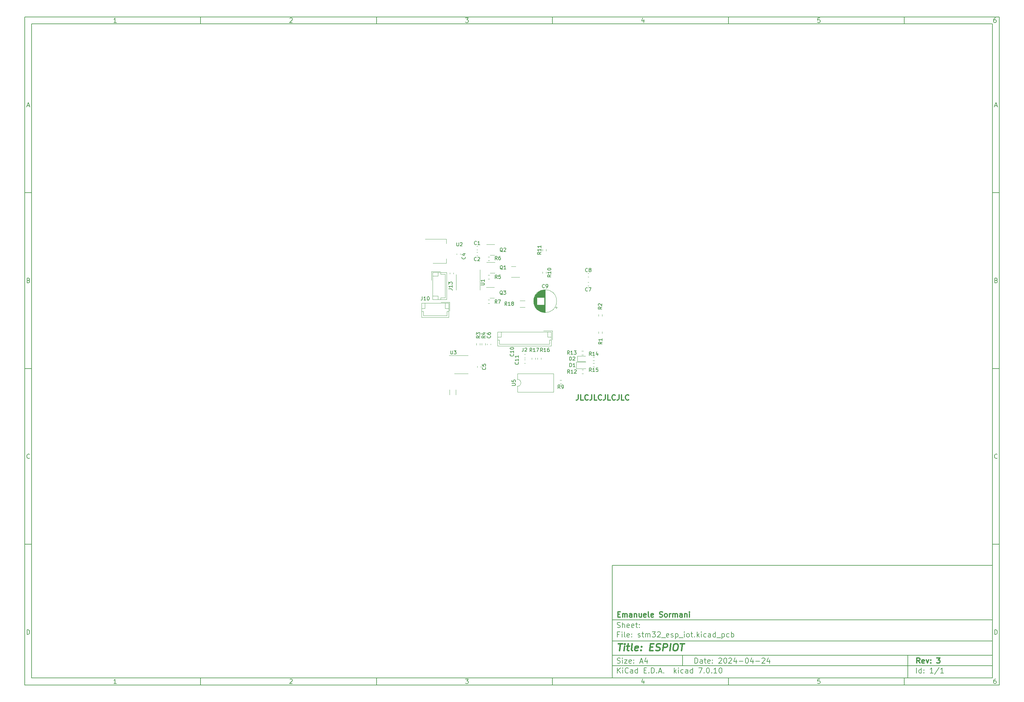
<source format=gbr>
%TF.GenerationSoftware,KiCad,Pcbnew,7.0.10*%
%TF.CreationDate,2024-04-24T00:52:37+02:00*%
%TF.ProjectId,stm32_esp_iot,73746d33-325f-4657-9370-5f696f742e6b,3*%
%TF.SameCoordinates,Original*%
%TF.FileFunction,Legend,Top*%
%TF.FilePolarity,Positive*%
%FSLAX46Y46*%
G04 Gerber Fmt 4.6, Leading zero omitted, Abs format (unit mm)*
G04 Created by KiCad (PCBNEW 7.0.10) date 2024-04-24 00:52:37*
%MOMM*%
%LPD*%
G01*
G04 APERTURE LIST*
%ADD10C,0.100000*%
%ADD11C,0.150000*%
%ADD12C,0.300000*%
%ADD13C,0.400000*%
%ADD14C,0.120000*%
G04 APERTURE END LIST*
D10*
D11*
X177002200Y-166007200D02*
X285002200Y-166007200D01*
X285002200Y-198007200D01*
X177002200Y-198007200D01*
X177002200Y-166007200D01*
D10*
D11*
X10000000Y-10000000D02*
X287002200Y-10000000D01*
X287002200Y-200007200D01*
X10000000Y-200007200D01*
X10000000Y-10000000D01*
D10*
D11*
X12000000Y-12000000D02*
X285002200Y-12000000D01*
X285002200Y-198007200D01*
X12000000Y-198007200D01*
X12000000Y-12000000D01*
D10*
D11*
X60000000Y-12000000D02*
X60000000Y-10000000D01*
D10*
D11*
X110000000Y-12000000D02*
X110000000Y-10000000D01*
D10*
D11*
X160000000Y-12000000D02*
X160000000Y-10000000D01*
D10*
D11*
X210000000Y-12000000D02*
X210000000Y-10000000D01*
D10*
D11*
X260000000Y-12000000D02*
X260000000Y-10000000D01*
D10*
D11*
X36089160Y-11593604D02*
X35346303Y-11593604D01*
X35717731Y-11593604D02*
X35717731Y-10293604D01*
X35717731Y-10293604D02*
X35593922Y-10479319D01*
X35593922Y-10479319D02*
X35470112Y-10603128D01*
X35470112Y-10603128D02*
X35346303Y-10665033D01*
D10*
D11*
X85346303Y-10417414D02*
X85408207Y-10355509D01*
X85408207Y-10355509D02*
X85532017Y-10293604D01*
X85532017Y-10293604D02*
X85841541Y-10293604D01*
X85841541Y-10293604D02*
X85965350Y-10355509D01*
X85965350Y-10355509D02*
X86027255Y-10417414D01*
X86027255Y-10417414D02*
X86089160Y-10541223D01*
X86089160Y-10541223D02*
X86089160Y-10665033D01*
X86089160Y-10665033D02*
X86027255Y-10850747D01*
X86027255Y-10850747D02*
X85284398Y-11593604D01*
X85284398Y-11593604D02*
X86089160Y-11593604D01*
D10*
D11*
X135284398Y-10293604D02*
X136089160Y-10293604D01*
X136089160Y-10293604D02*
X135655826Y-10788842D01*
X135655826Y-10788842D02*
X135841541Y-10788842D01*
X135841541Y-10788842D02*
X135965350Y-10850747D01*
X135965350Y-10850747D02*
X136027255Y-10912652D01*
X136027255Y-10912652D02*
X136089160Y-11036461D01*
X136089160Y-11036461D02*
X136089160Y-11345985D01*
X136089160Y-11345985D02*
X136027255Y-11469795D01*
X136027255Y-11469795D02*
X135965350Y-11531700D01*
X135965350Y-11531700D02*
X135841541Y-11593604D01*
X135841541Y-11593604D02*
X135470112Y-11593604D01*
X135470112Y-11593604D02*
X135346303Y-11531700D01*
X135346303Y-11531700D02*
X135284398Y-11469795D01*
D10*
D11*
X185965350Y-10726938D02*
X185965350Y-11593604D01*
X185655826Y-10231700D02*
X185346303Y-11160271D01*
X185346303Y-11160271D02*
X186151064Y-11160271D01*
D10*
D11*
X236027255Y-10293604D02*
X235408207Y-10293604D01*
X235408207Y-10293604D02*
X235346303Y-10912652D01*
X235346303Y-10912652D02*
X235408207Y-10850747D01*
X235408207Y-10850747D02*
X235532017Y-10788842D01*
X235532017Y-10788842D02*
X235841541Y-10788842D01*
X235841541Y-10788842D02*
X235965350Y-10850747D01*
X235965350Y-10850747D02*
X236027255Y-10912652D01*
X236027255Y-10912652D02*
X236089160Y-11036461D01*
X236089160Y-11036461D02*
X236089160Y-11345985D01*
X236089160Y-11345985D02*
X236027255Y-11469795D01*
X236027255Y-11469795D02*
X235965350Y-11531700D01*
X235965350Y-11531700D02*
X235841541Y-11593604D01*
X235841541Y-11593604D02*
X235532017Y-11593604D01*
X235532017Y-11593604D02*
X235408207Y-11531700D01*
X235408207Y-11531700D02*
X235346303Y-11469795D01*
D10*
D11*
X285965350Y-10293604D02*
X285717731Y-10293604D01*
X285717731Y-10293604D02*
X285593922Y-10355509D01*
X285593922Y-10355509D02*
X285532017Y-10417414D01*
X285532017Y-10417414D02*
X285408207Y-10603128D01*
X285408207Y-10603128D02*
X285346303Y-10850747D01*
X285346303Y-10850747D02*
X285346303Y-11345985D01*
X285346303Y-11345985D02*
X285408207Y-11469795D01*
X285408207Y-11469795D02*
X285470112Y-11531700D01*
X285470112Y-11531700D02*
X285593922Y-11593604D01*
X285593922Y-11593604D02*
X285841541Y-11593604D01*
X285841541Y-11593604D02*
X285965350Y-11531700D01*
X285965350Y-11531700D02*
X286027255Y-11469795D01*
X286027255Y-11469795D02*
X286089160Y-11345985D01*
X286089160Y-11345985D02*
X286089160Y-11036461D01*
X286089160Y-11036461D02*
X286027255Y-10912652D01*
X286027255Y-10912652D02*
X285965350Y-10850747D01*
X285965350Y-10850747D02*
X285841541Y-10788842D01*
X285841541Y-10788842D02*
X285593922Y-10788842D01*
X285593922Y-10788842D02*
X285470112Y-10850747D01*
X285470112Y-10850747D02*
X285408207Y-10912652D01*
X285408207Y-10912652D02*
X285346303Y-11036461D01*
D10*
D11*
X60000000Y-198007200D02*
X60000000Y-200007200D01*
D10*
D11*
X110000000Y-198007200D02*
X110000000Y-200007200D01*
D10*
D11*
X160000000Y-198007200D02*
X160000000Y-200007200D01*
D10*
D11*
X210000000Y-198007200D02*
X210000000Y-200007200D01*
D10*
D11*
X260000000Y-198007200D02*
X260000000Y-200007200D01*
D10*
D11*
X36089160Y-199600804D02*
X35346303Y-199600804D01*
X35717731Y-199600804D02*
X35717731Y-198300804D01*
X35717731Y-198300804D02*
X35593922Y-198486519D01*
X35593922Y-198486519D02*
X35470112Y-198610328D01*
X35470112Y-198610328D02*
X35346303Y-198672233D01*
D10*
D11*
X85346303Y-198424614D02*
X85408207Y-198362709D01*
X85408207Y-198362709D02*
X85532017Y-198300804D01*
X85532017Y-198300804D02*
X85841541Y-198300804D01*
X85841541Y-198300804D02*
X85965350Y-198362709D01*
X85965350Y-198362709D02*
X86027255Y-198424614D01*
X86027255Y-198424614D02*
X86089160Y-198548423D01*
X86089160Y-198548423D02*
X86089160Y-198672233D01*
X86089160Y-198672233D02*
X86027255Y-198857947D01*
X86027255Y-198857947D02*
X85284398Y-199600804D01*
X85284398Y-199600804D02*
X86089160Y-199600804D01*
D10*
D11*
X135284398Y-198300804D02*
X136089160Y-198300804D01*
X136089160Y-198300804D02*
X135655826Y-198796042D01*
X135655826Y-198796042D02*
X135841541Y-198796042D01*
X135841541Y-198796042D02*
X135965350Y-198857947D01*
X135965350Y-198857947D02*
X136027255Y-198919852D01*
X136027255Y-198919852D02*
X136089160Y-199043661D01*
X136089160Y-199043661D02*
X136089160Y-199353185D01*
X136089160Y-199353185D02*
X136027255Y-199476995D01*
X136027255Y-199476995D02*
X135965350Y-199538900D01*
X135965350Y-199538900D02*
X135841541Y-199600804D01*
X135841541Y-199600804D02*
X135470112Y-199600804D01*
X135470112Y-199600804D02*
X135346303Y-199538900D01*
X135346303Y-199538900D02*
X135284398Y-199476995D01*
D10*
D11*
X185965350Y-198734138D02*
X185965350Y-199600804D01*
X185655826Y-198238900D02*
X185346303Y-199167471D01*
X185346303Y-199167471D02*
X186151064Y-199167471D01*
D10*
D11*
X236027255Y-198300804D02*
X235408207Y-198300804D01*
X235408207Y-198300804D02*
X235346303Y-198919852D01*
X235346303Y-198919852D02*
X235408207Y-198857947D01*
X235408207Y-198857947D02*
X235532017Y-198796042D01*
X235532017Y-198796042D02*
X235841541Y-198796042D01*
X235841541Y-198796042D02*
X235965350Y-198857947D01*
X235965350Y-198857947D02*
X236027255Y-198919852D01*
X236027255Y-198919852D02*
X236089160Y-199043661D01*
X236089160Y-199043661D02*
X236089160Y-199353185D01*
X236089160Y-199353185D02*
X236027255Y-199476995D01*
X236027255Y-199476995D02*
X235965350Y-199538900D01*
X235965350Y-199538900D02*
X235841541Y-199600804D01*
X235841541Y-199600804D02*
X235532017Y-199600804D01*
X235532017Y-199600804D02*
X235408207Y-199538900D01*
X235408207Y-199538900D02*
X235346303Y-199476995D01*
D10*
D11*
X285965350Y-198300804D02*
X285717731Y-198300804D01*
X285717731Y-198300804D02*
X285593922Y-198362709D01*
X285593922Y-198362709D02*
X285532017Y-198424614D01*
X285532017Y-198424614D02*
X285408207Y-198610328D01*
X285408207Y-198610328D02*
X285346303Y-198857947D01*
X285346303Y-198857947D02*
X285346303Y-199353185D01*
X285346303Y-199353185D02*
X285408207Y-199476995D01*
X285408207Y-199476995D02*
X285470112Y-199538900D01*
X285470112Y-199538900D02*
X285593922Y-199600804D01*
X285593922Y-199600804D02*
X285841541Y-199600804D01*
X285841541Y-199600804D02*
X285965350Y-199538900D01*
X285965350Y-199538900D02*
X286027255Y-199476995D01*
X286027255Y-199476995D02*
X286089160Y-199353185D01*
X286089160Y-199353185D02*
X286089160Y-199043661D01*
X286089160Y-199043661D02*
X286027255Y-198919852D01*
X286027255Y-198919852D02*
X285965350Y-198857947D01*
X285965350Y-198857947D02*
X285841541Y-198796042D01*
X285841541Y-198796042D02*
X285593922Y-198796042D01*
X285593922Y-198796042D02*
X285470112Y-198857947D01*
X285470112Y-198857947D02*
X285408207Y-198919852D01*
X285408207Y-198919852D02*
X285346303Y-199043661D01*
D10*
D11*
X10000000Y-60000000D02*
X12000000Y-60000000D01*
D10*
D11*
X10000000Y-110000000D02*
X12000000Y-110000000D01*
D10*
D11*
X10000000Y-160000000D02*
X12000000Y-160000000D01*
D10*
D11*
X10690476Y-35222176D02*
X11309523Y-35222176D01*
X10566666Y-35593604D02*
X10999999Y-34293604D01*
X10999999Y-34293604D02*
X11433333Y-35593604D01*
D10*
D11*
X11092857Y-84912652D02*
X11278571Y-84974557D01*
X11278571Y-84974557D02*
X11340476Y-85036461D01*
X11340476Y-85036461D02*
X11402380Y-85160271D01*
X11402380Y-85160271D02*
X11402380Y-85345985D01*
X11402380Y-85345985D02*
X11340476Y-85469795D01*
X11340476Y-85469795D02*
X11278571Y-85531700D01*
X11278571Y-85531700D02*
X11154761Y-85593604D01*
X11154761Y-85593604D02*
X10659523Y-85593604D01*
X10659523Y-85593604D02*
X10659523Y-84293604D01*
X10659523Y-84293604D02*
X11092857Y-84293604D01*
X11092857Y-84293604D02*
X11216666Y-84355509D01*
X11216666Y-84355509D02*
X11278571Y-84417414D01*
X11278571Y-84417414D02*
X11340476Y-84541223D01*
X11340476Y-84541223D02*
X11340476Y-84665033D01*
X11340476Y-84665033D02*
X11278571Y-84788842D01*
X11278571Y-84788842D02*
X11216666Y-84850747D01*
X11216666Y-84850747D02*
X11092857Y-84912652D01*
X11092857Y-84912652D02*
X10659523Y-84912652D01*
D10*
D11*
X11402380Y-135469795D02*
X11340476Y-135531700D01*
X11340476Y-135531700D02*
X11154761Y-135593604D01*
X11154761Y-135593604D02*
X11030952Y-135593604D01*
X11030952Y-135593604D02*
X10845238Y-135531700D01*
X10845238Y-135531700D02*
X10721428Y-135407890D01*
X10721428Y-135407890D02*
X10659523Y-135284080D01*
X10659523Y-135284080D02*
X10597619Y-135036461D01*
X10597619Y-135036461D02*
X10597619Y-134850747D01*
X10597619Y-134850747D02*
X10659523Y-134603128D01*
X10659523Y-134603128D02*
X10721428Y-134479319D01*
X10721428Y-134479319D02*
X10845238Y-134355509D01*
X10845238Y-134355509D02*
X11030952Y-134293604D01*
X11030952Y-134293604D02*
X11154761Y-134293604D01*
X11154761Y-134293604D02*
X11340476Y-134355509D01*
X11340476Y-134355509D02*
X11402380Y-134417414D01*
D10*
D11*
X10659523Y-185593604D02*
X10659523Y-184293604D01*
X10659523Y-184293604D02*
X10969047Y-184293604D01*
X10969047Y-184293604D02*
X11154761Y-184355509D01*
X11154761Y-184355509D02*
X11278571Y-184479319D01*
X11278571Y-184479319D02*
X11340476Y-184603128D01*
X11340476Y-184603128D02*
X11402380Y-184850747D01*
X11402380Y-184850747D02*
X11402380Y-185036461D01*
X11402380Y-185036461D02*
X11340476Y-185284080D01*
X11340476Y-185284080D02*
X11278571Y-185407890D01*
X11278571Y-185407890D02*
X11154761Y-185531700D01*
X11154761Y-185531700D02*
X10969047Y-185593604D01*
X10969047Y-185593604D02*
X10659523Y-185593604D01*
D10*
D11*
X287002200Y-60000000D02*
X285002200Y-60000000D01*
D10*
D11*
X287002200Y-110000000D02*
X285002200Y-110000000D01*
D10*
D11*
X287002200Y-160000000D02*
X285002200Y-160000000D01*
D10*
D11*
X285692676Y-35222176D02*
X286311723Y-35222176D01*
X285568866Y-35593604D02*
X286002199Y-34293604D01*
X286002199Y-34293604D02*
X286435533Y-35593604D01*
D10*
D11*
X286095057Y-84912652D02*
X286280771Y-84974557D01*
X286280771Y-84974557D02*
X286342676Y-85036461D01*
X286342676Y-85036461D02*
X286404580Y-85160271D01*
X286404580Y-85160271D02*
X286404580Y-85345985D01*
X286404580Y-85345985D02*
X286342676Y-85469795D01*
X286342676Y-85469795D02*
X286280771Y-85531700D01*
X286280771Y-85531700D02*
X286156961Y-85593604D01*
X286156961Y-85593604D02*
X285661723Y-85593604D01*
X285661723Y-85593604D02*
X285661723Y-84293604D01*
X285661723Y-84293604D02*
X286095057Y-84293604D01*
X286095057Y-84293604D02*
X286218866Y-84355509D01*
X286218866Y-84355509D02*
X286280771Y-84417414D01*
X286280771Y-84417414D02*
X286342676Y-84541223D01*
X286342676Y-84541223D02*
X286342676Y-84665033D01*
X286342676Y-84665033D02*
X286280771Y-84788842D01*
X286280771Y-84788842D02*
X286218866Y-84850747D01*
X286218866Y-84850747D02*
X286095057Y-84912652D01*
X286095057Y-84912652D02*
X285661723Y-84912652D01*
D10*
D11*
X286404580Y-135469795D02*
X286342676Y-135531700D01*
X286342676Y-135531700D02*
X286156961Y-135593604D01*
X286156961Y-135593604D02*
X286033152Y-135593604D01*
X286033152Y-135593604D02*
X285847438Y-135531700D01*
X285847438Y-135531700D02*
X285723628Y-135407890D01*
X285723628Y-135407890D02*
X285661723Y-135284080D01*
X285661723Y-135284080D02*
X285599819Y-135036461D01*
X285599819Y-135036461D02*
X285599819Y-134850747D01*
X285599819Y-134850747D02*
X285661723Y-134603128D01*
X285661723Y-134603128D02*
X285723628Y-134479319D01*
X285723628Y-134479319D02*
X285847438Y-134355509D01*
X285847438Y-134355509D02*
X286033152Y-134293604D01*
X286033152Y-134293604D02*
X286156961Y-134293604D01*
X286156961Y-134293604D02*
X286342676Y-134355509D01*
X286342676Y-134355509D02*
X286404580Y-134417414D01*
D10*
D11*
X285661723Y-185593604D02*
X285661723Y-184293604D01*
X285661723Y-184293604D02*
X285971247Y-184293604D01*
X285971247Y-184293604D02*
X286156961Y-184355509D01*
X286156961Y-184355509D02*
X286280771Y-184479319D01*
X286280771Y-184479319D02*
X286342676Y-184603128D01*
X286342676Y-184603128D02*
X286404580Y-184850747D01*
X286404580Y-184850747D02*
X286404580Y-185036461D01*
X286404580Y-185036461D02*
X286342676Y-185284080D01*
X286342676Y-185284080D02*
X286280771Y-185407890D01*
X286280771Y-185407890D02*
X286156961Y-185531700D01*
X286156961Y-185531700D02*
X285971247Y-185593604D01*
X285971247Y-185593604D02*
X285661723Y-185593604D01*
D10*
D11*
X200458026Y-193793328D02*
X200458026Y-192293328D01*
X200458026Y-192293328D02*
X200815169Y-192293328D01*
X200815169Y-192293328D02*
X201029455Y-192364757D01*
X201029455Y-192364757D02*
X201172312Y-192507614D01*
X201172312Y-192507614D02*
X201243741Y-192650471D01*
X201243741Y-192650471D02*
X201315169Y-192936185D01*
X201315169Y-192936185D02*
X201315169Y-193150471D01*
X201315169Y-193150471D02*
X201243741Y-193436185D01*
X201243741Y-193436185D02*
X201172312Y-193579042D01*
X201172312Y-193579042D02*
X201029455Y-193721900D01*
X201029455Y-193721900D02*
X200815169Y-193793328D01*
X200815169Y-193793328D02*
X200458026Y-193793328D01*
X202600884Y-193793328D02*
X202600884Y-193007614D01*
X202600884Y-193007614D02*
X202529455Y-192864757D01*
X202529455Y-192864757D02*
X202386598Y-192793328D01*
X202386598Y-192793328D02*
X202100884Y-192793328D01*
X202100884Y-192793328D02*
X201958026Y-192864757D01*
X202600884Y-193721900D02*
X202458026Y-193793328D01*
X202458026Y-193793328D02*
X202100884Y-193793328D01*
X202100884Y-193793328D02*
X201958026Y-193721900D01*
X201958026Y-193721900D02*
X201886598Y-193579042D01*
X201886598Y-193579042D02*
X201886598Y-193436185D01*
X201886598Y-193436185D02*
X201958026Y-193293328D01*
X201958026Y-193293328D02*
X202100884Y-193221900D01*
X202100884Y-193221900D02*
X202458026Y-193221900D01*
X202458026Y-193221900D02*
X202600884Y-193150471D01*
X203100884Y-192793328D02*
X203672312Y-192793328D01*
X203315169Y-192293328D02*
X203315169Y-193579042D01*
X203315169Y-193579042D02*
X203386598Y-193721900D01*
X203386598Y-193721900D02*
X203529455Y-193793328D01*
X203529455Y-193793328D02*
X203672312Y-193793328D01*
X204743741Y-193721900D02*
X204600884Y-193793328D01*
X204600884Y-193793328D02*
X204315170Y-193793328D01*
X204315170Y-193793328D02*
X204172312Y-193721900D01*
X204172312Y-193721900D02*
X204100884Y-193579042D01*
X204100884Y-193579042D02*
X204100884Y-193007614D01*
X204100884Y-193007614D02*
X204172312Y-192864757D01*
X204172312Y-192864757D02*
X204315170Y-192793328D01*
X204315170Y-192793328D02*
X204600884Y-192793328D01*
X204600884Y-192793328D02*
X204743741Y-192864757D01*
X204743741Y-192864757D02*
X204815170Y-193007614D01*
X204815170Y-193007614D02*
X204815170Y-193150471D01*
X204815170Y-193150471D02*
X204100884Y-193293328D01*
X205458026Y-193650471D02*
X205529455Y-193721900D01*
X205529455Y-193721900D02*
X205458026Y-193793328D01*
X205458026Y-193793328D02*
X205386598Y-193721900D01*
X205386598Y-193721900D02*
X205458026Y-193650471D01*
X205458026Y-193650471D02*
X205458026Y-193793328D01*
X205458026Y-192864757D02*
X205529455Y-192936185D01*
X205529455Y-192936185D02*
X205458026Y-193007614D01*
X205458026Y-193007614D02*
X205386598Y-192936185D01*
X205386598Y-192936185D02*
X205458026Y-192864757D01*
X205458026Y-192864757D02*
X205458026Y-193007614D01*
X207243741Y-192436185D02*
X207315169Y-192364757D01*
X207315169Y-192364757D02*
X207458027Y-192293328D01*
X207458027Y-192293328D02*
X207815169Y-192293328D01*
X207815169Y-192293328D02*
X207958027Y-192364757D01*
X207958027Y-192364757D02*
X208029455Y-192436185D01*
X208029455Y-192436185D02*
X208100884Y-192579042D01*
X208100884Y-192579042D02*
X208100884Y-192721900D01*
X208100884Y-192721900D02*
X208029455Y-192936185D01*
X208029455Y-192936185D02*
X207172312Y-193793328D01*
X207172312Y-193793328D02*
X208100884Y-193793328D01*
X209029455Y-192293328D02*
X209172312Y-192293328D01*
X209172312Y-192293328D02*
X209315169Y-192364757D01*
X209315169Y-192364757D02*
X209386598Y-192436185D01*
X209386598Y-192436185D02*
X209458026Y-192579042D01*
X209458026Y-192579042D02*
X209529455Y-192864757D01*
X209529455Y-192864757D02*
X209529455Y-193221900D01*
X209529455Y-193221900D02*
X209458026Y-193507614D01*
X209458026Y-193507614D02*
X209386598Y-193650471D01*
X209386598Y-193650471D02*
X209315169Y-193721900D01*
X209315169Y-193721900D02*
X209172312Y-193793328D01*
X209172312Y-193793328D02*
X209029455Y-193793328D01*
X209029455Y-193793328D02*
X208886598Y-193721900D01*
X208886598Y-193721900D02*
X208815169Y-193650471D01*
X208815169Y-193650471D02*
X208743740Y-193507614D01*
X208743740Y-193507614D02*
X208672312Y-193221900D01*
X208672312Y-193221900D02*
X208672312Y-192864757D01*
X208672312Y-192864757D02*
X208743740Y-192579042D01*
X208743740Y-192579042D02*
X208815169Y-192436185D01*
X208815169Y-192436185D02*
X208886598Y-192364757D01*
X208886598Y-192364757D02*
X209029455Y-192293328D01*
X210100883Y-192436185D02*
X210172311Y-192364757D01*
X210172311Y-192364757D02*
X210315169Y-192293328D01*
X210315169Y-192293328D02*
X210672311Y-192293328D01*
X210672311Y-192293328D02*
X210815169Y-192364757D01*
X210815169Y-192364757D02*
X210886597Y-192436185D01*
X210886597Y-192436185D02*
X210958026Y-192579042D01*
X210958026Y-192579042D02*
X210958026Y-192721900D01*
X210958026Y-192721900D02*
X210886597Y-192936185D01*
X210886597Y-192936185D02*
X210029454Y-193793328D01*
X210029454Y-193793328D02*
X210958026Y-193793328D01*
X212243740Y-192793328D02*
X212243740Y-193793328D01*
X211886597Y-192221900D02*
X211529454Y-193293328D01*
X211529454Y-193293328D02*
X212458025Y-193293328D01*
X213029453Y-193221900D02*
X214172311Y-193221900D01*
X215172311Y-192293328D02*
X215315168Y-192293328D01*
X215315168Y-192293328D02*
X215458025Y-192364757D01*
X215458025Y-192364757D02*
X215529454Y-192436185D01*
X215529454Y-192436185D02*
X215600882Y-192579042D01*
X215600882Y-192579042D02*
X215672311Y-192864757D01*
X215672311Y-192864757D02*
X215672311Y-193221900D01*
X215672311Y-193221900D02*
X215600882Y-193507614D01*
X215600882Y-193507614D02*
X215529454Y-193650471D01*
X215529454Y-193650471D02*
X215458025Y-193721900D01*
X215458025Y-193721900D02*
X215315168Y-193793328D01*
X215315168Y-193793328D02*
X215172311Y-193793328D01*
X215172311Y-193793328D02*
X215029454Y-193721900D01*
X215029454Y-193721900D02*
X214958025Y-193650471D01*
X214958025Y-193650471D02*
X214886596Y-193507614D01*
X214886596Y-193507614D02*
X214815168Y-193221900D01*
X214815168Y-193221900D02*
X214815168Y-192864757D01*
X214815168Y-192864757D02*
X214886596Y-192579042D01*
X214886596Y-192579042D02*
X214958025Y-192436185D01*
X214958025Y-192436185D02*
X215029454Y-192364757D01*
X215029454Y-192364757D02*
X215172311Y-192293328D01*
X216958025Y-192793328D02*
X216958025Y-193793328D01*
X216600882Y-192221900D02*
X216243739Y-193293328D01*
X216243739Y-193293328D02*
X217172310Y-193293328D01*
X217743738Y-193221900D02*
X218886596Y-193221900D01*
X219529453Y-192436185D02*
X219600881Y-192364757D01*
X219600881Y-192364757D02*
X219743739Y-192293328D01*
X219743739Y-192293328D02*
X220100881Y-192293328D01*
X220100881Y-192293328D02*
X220243739Y-192364757D01*
X220243739Y-192364757D02*
X220315167Y-192436185D01*
X220315167Y-192436185D02*
X220386596Y-192579042D01*
X220386596Y-192579042D02*
X220386596Y-192721900D01*
X220386596Y-192721900D02*
X220315167Y-192936185D01*
X220315167Y-192936185D02*
X219458024Y-193793328D01*
X219458024Y-193793328D02*
X220386596Y-193793328D01*
X221672310Y-192793328D02*
X221672310Y-193793328D01*
X221315167Y-192221900D02*
X220958024Y-193293328D01*
X220958024Y-193293328D02*
X221886595Y-193293328D01*
D10*
D11*
X177002200Y-194507200D02*
X285002200Y-194507200D01*
D10*
D11*
X178458026Y-196593328D02*
X178458026Y-195093328D01*
X179315169Y-196593328D02*
X178672312Y-195736185D01*
X179315169Y-195093328D02*
X178458026Y-195950471D01*
X179958026Y-196593328D02*
X179958026Y-195593328D01*
X179958026Y-195093328D02*
X179886598Y-195164757D01*
X179886598Y-195164757D02*
X179958026Y-195236185D01*
X179958026Y-195236185D02*
X180029455Y-195164757D01*
X180029455Y-195164757D02*
X179958026Y-195093328D01*
X179958026Y-195093328D02*
X179958026Y-195236185D01*
X181529455Y-196450471D02*
X181458027Y-196521900D01*
X181458027Y-196521900D02*
X181243741Y-196593328D01*
X181243741Y-196593328D02*
X181100884Y-196593328D01*
X181100884Y-196593328D02*
X180886598Y-196521900D01*
X180886598Y-196521900D02*
X180743741Y-196379042D01*
X180743741Y-196379042D02*
X180672312Y-196236185D01*
X180672312Y-196236185D02*
X180600884Y-195950471D01*
X180600884Y-195950471D02*
X180600884Y-195736185D01*
X180600884Y-195736185D02*
X180672312Y-195450471D01*
X180672312Y-195450471D02*
X180743741Y-195307614D01*
X180743741Y-195307614D02*
X180886598Y-195164757D01*
X180886598Y-195164757D02*
X181100884Y-195093328D01*
X181100884Y-195093328D02*
X181243741Y-195093328D01*
X181243741Y-195093328D02*
X181458027Y-195164757D01*
X181458027Y-195164757D02*
X181529455Y-195236185D01*
X182815170Y-196593328D02*
X182815170Y-195807614D01*
X182815170Y-195807614D02*
X182743741Y-195664757D01*
X182743741Y-195664757D02*
X182600884Y-195593328D01*
X182600884Y-195593328D02*
X182315170Y-195593328D01*
X182315170Y-195593328D02*
X182172312Y-195664757D01*
X182815170Y-196521900D02*
X182672312Y-196593328D01*
X182672312Y-196593328D02*
X182315170Y-196593328D01*
X182315170Y-196593328D02*
X182172312Y-196521900D01*
X182172312Y-196521900D02*
X182100884Y-196379042D01*
X182100884Y-196379042D02*
X182100884Y-196236185D01*
X182100884Y-196236185D02*
X182172312Y-196093328D01*
X182172312Y-196093328D02*
X182315170Y-196021900D01*
X182315170Y-196021900D02*
X182672312Y-196021900D01*
X182672312Y-196021900D02*
X182815170Y-195950471D01*
X184172313Y-196593328D02*
X184172313Y-195093328D01*
X184172313Y-196521900D02*
X184029455Y-196593328D01*
X184029455Y-196593328D02*
X183743741Y-196593328D01*
X183743741Y-196593328D02*
X183600884Y-196521900D01*
X183600884Y-196521900D02*
X183529455Y-196450471D01*
X183529455Y-196450471D02*
X183458027Y-196307614D01*
X183458027Y-196307614D02*
X183458027Y-195879042D01*
X183458027Y-195879042D02*
X183529455Y-195736185D01*
X183529455Y-195736185D02*
X183600884Y-195664757D01*
X183600884Y-195664757D02*
X183743741Y-195593328D01*
X183743741Y-195593328D02*
X184029455Y-195593328D01*
X184029455Y-195593328D02*
X184172313Y-195664757D01*
X186029455Y-195807614D02*
X186529455Y-195807614D01*
X186743741Y-196593328D02*
X186029455Y-196593328D01*
X186029455Y-196593328D02*
X186029455Y-195093328D01*
X186029455Y-195093328D02*
X186743741Y-195093328D01*
X187386598Y-196450471D02*
X187458027Y-196521900D01*
X187458027Y-196521900D02*
X187386598Y-196593328D01*
X187386598Y-196593328D02*
X187315170Y-196521900D01*
X187315170Y-196521900D02*
X187386598Y-196450471D01*
X187386598Y-196450471D02*
X187386598Y-196593328D01*
X188100884Y-196593328D02*
X188100884Y-195093328D01*
X188100884Y-195093328D02*
X188458027Y-195093328D01*
X188458027Y-195093328D02*
X188672313Y-195164757D01*
X188672313Y-195164757D02*
X188815170Y-195307614D01*
X188815170Y-195307614D02*
X188886599Y-195450471D01*
X188886599Y-195450471D02*
X188958027Y-195736185D01*
X188958027Y-195736185D02*
X188958027Y-195950471D01*
X188958027Y-195950471D02*
X188886599Y-196236185D01*
X188886599Y-196236185D02*
X188815170Y-196379042D01*
X188815170Y-196379042D02*
X188672313Y-196521900D01*
X188672313Y-196521900D02*
X188458027Y-196593328D01*
X188458027Y-196593328D02*
X188100884Y-196593328D01*
X189600884Y-196450471D02*
X189672313Y-196521900D01*
X189672313Y-196521900D02*
X189600884Y-196593328D01*
X189600884Y-196593328D02*
X189529456Y-196521900D01*
X189529456Y-196521900D02*
X189600884Y-196450471D01*
X189600884Y-196450471D02*
X189600884Y-196593328D01*
X190243742Y-196164757D02*
X190958028Y-196164757D01*
X190100885Y-196593328D02*
X190600885Y-195093328D01*
X190600885Y-195093328D02*
X191100885Y-196593328D01*
X191600884Y-196450471D02*
X191672313Y-196521900D01*
X191672313Y-196521900D02*
X191600884Y-196593328D01*
X191600884Y-196593328D02*
X191529456Y-196521900D01*
X191529456Y-196521900D02*
X191600884Y-196450471D01*
X191600884Y-196450471D02*
X191600884Y-196593328D01*
X194600884Y-196593328D02*
X194600884Y-195093328D01*
X194743742Y-196021900D02*
X195172313Y-196593328D01*
X195172313Y-195593328D02*
X194600884Y-196164757D01*
X195815170Y-196593328D02*
X195815170Y-195593328D01*
X195815170Y-195093328D02*
X195743742Y-195164757D01*
X195743742Y-195164757D02*
X195815170Y-195236185D01*
X195815170Y-195236185D02*
X195886599Y-195164757D01*
X195886599Y-195164757D02*
X195815170Y-195093328D01*
X195815170Y-195093328D02*
X195815170Y-195236185D01*
X197172314Y-196521900D02*
X197029456Y-196593328D01*
X197029456Y-196593328D02*
X196743742Y-196593328D01*
X196743742Y-196593328D02*
X196600885Y-196521900D01*
X196600885Y-196521900D02*
X196529456Y-196450471D01*
X196529456Y-196450471D02*
X196458028Y-196307614D01*
X196458028Y-196307614D02*
X196458028Y-195879042D01*
X196458028Y-195879042D02*
X196529456Y-195736185D01*
X196529456Y-195736185D02*
X196600885Y-195664757D01*
X196600885Y-195664757D02*
X196743742Y-195593328D01*
X196743742Y-195593328D02*
X197029456Y-195593328D01*
X197029456Y-195593328D02*
X197172314Y-195664757D01*
X198458028Y-196593328D02*
X198458028Y-195807614D01*
X198458028Y-195807614D02*
X198386599Y-195664757D01*
X198386599Y-195664757D02*
X198243742Y-195593328D01*
X198243742Y-195593328D02*
X197958028Y-195593328D01*
X197958028Y-195593328D02*
X197815170Y-195664757D01*
X198458028Y-196521900D02*
X198315170Y-196593328D01*
X198315170Y-196593328D02*
X197958028Y-196593328D01*
X197958028Y-196593328D02*
X197815170Y-196521900D01*
X197815170Y-196521900D02*
X197743742Y-196379042D01*
X197743742Y-196379042D02*
X197743742Y-196236185D01*
X197743742Y-196236185D02*
X197815170Y-196093328D01*
X197815170Y-196093328D02*
X197958028Y-196021900D01*
X197958028Y-196021900D02*
X198315170Y-196021900D01*
X198315170Y-196021900D02*
X198458028Y-195950471D01*
X199815171Y-196593328D02*
X199815171Y-195093328D01*
X199815171Y-196521900D02*
X199672313Y-196593328D01*
X199672313Y-196593328D02*
X199386599Y-196593328D01*
X199386599Y-196593328D02*
X199243742Y-196521900D01*
X199243742Y-196521900D02*
X199172313Y-196450471D01*
X199172313Y-196450471D02*
X199100885Y-196307614D01*
X199100885Y-196307614D02*
X199100885Y-195879042D01*
X199100885Y-195879042D02*
X199172313Y-195736185D01*
X199172313Y-195736185D02*
X199243742Y-195664757D01*
X199243742Y-195664757D02*
X199386599Y-195593328D01*
X199386599Y-195593328D02*
X199672313Y-195593328D01*
X199672313Y-195593328D02*
X199815171Y-195664757D01*
X201529456Y-195093328D02*
X202529456Y-195093328D01*
X202529456Y-195093328D02*
X201886599Y-196593328D01*
X203100884Y-196450471D02*
X203172313Y-196521900D01*
X203172313Y-196521900D02*
X203100884Y-196593328D01*
X203100884Y-196593328D02*
X203029456Y-196521900D01*
X203029456Y-196521900D02*
X203100884Y-196450471D01*
X203100884Y-196450471D02*
X203100884Y-196593328D01*
X204100885Y-195093328D02*
X204243742Y-195093328D01*
X204243742Y-195093328D02*
X204386599Y-195164757D01*
X204386599Y-195164757D02*
X204458028Y-195236185D01*
X204458028Y-195236185D02*
X204529456Y-195379042D01*
X204529456Y-195379042D02*
X204600885Y-195664757D01*
X204600885Y-195664757D02*
X204600885Y-196021900D01*
X204600885Y-196021900D02*
X204529456Y-196307614D01*
X204529456Y-196307614D02*
X204458028Y-196450471D01*
X204458028Y-196450471D02*
X204386599Y-196521900D01*
X204386599Y-196521900D02*
X204243742Y-196593328D01*
X204243742Y-196593328D02*
X204100885Y-196593328D01*
X204100885Y-196593328D02*
X203958028Y-196521900D01*
X203958028Y-196521900D02*
X203886599Y-196450471D01*
X203886599Y-196450471D02*
X203815170Y-196307614D01*
X203815170Y-196307614D02*
X203743742Y-196021900D01*
X203743742Y-196021900D02*
X203743742Y-195664757D01*
X203743742Y-195664757D02*
X203815170Y-195379042D01*
X203815170Y-195379042D02*
X203886599Y-195236185D01*
X203886599Y-195236185D02*
X203958028Y-195164757D01*
X203958028Y-195164757D02*
X204100885Y-195093328D01*
X205243741Y-196450471D02*
X205315170Y-196521900D01*
X205315170Y-196521900D02*
X205243741Y-196593328D01*
X205243741Y-196593328D02*
X205172313Y-196521900D01*
X205172313Y-196521900D02*
X205243741Y-196450471D01*
X205243741Y-196450471D02*
X205243741Y-196593328D01*
X206743742Y-196593328D02*
X205886599Y-196593328D01*
X206315170Y-196593328D02*
X206315170Y-195093328D01*
X206315170Y-195093328D02*
X206172313Y-195307614D01*
X206172313Y-195307614D02*
X206029456Y-195450471D01*
X206029456Y-195450471D02*
X205886599Y-195521900D01*
X207672313Y-195093328D02*
X207815170Y-195093328D01*
X207815170Y-195093328D02*
X207958027Y-195164757D01*
X207958027Y-195164757D02*
X208029456Y-195236185D01*
X208029456Y-195236185D02*
X208100884Y-195379042D01*
X208100884Y-195379042D02*
X208172313Y-195664757D01*
X208172313Y-195664757D02*
X208172313Y-196021900D01*
X208172313Y-196021900D02*
X208100884Y-196307614D01*
X208100884Y-196307614D02*
X208029456Y-196450471D01*
X208029456Y-196450471D02*
X207958027Y-196521900D01*
X207958027Y-196521900D02*
X207815170Y-196593328D01*
X207815170Y-196593328D02*
X207672313Y-196593328D01*
X207672313Y-196593328D02*
X207529456Y-196521900D01*
X207529456Y-196521900D02*
X207458027Y-196450471D01*
X207458027Y-196450471D02*
X207386598Y-196307614D01*
X207386598Y-196307614D02*
X207315170Y-196021900D01*
X207315170Y-196021900D02*
X207315170Y-195664757D01*
X207315170Y-195664757D02*
X207386598Y-195379042D01*
X207386598Y-195379042D02*
X207458027Y-195236185D01*
X207458027Y-195236185D02*
X207529456Y-195164757D01*
X207529456Y-195164757D02*
X207672313Y-195093328D01*
D10*
D11*
X177002200Y-191507200D02*
X285002200Y-191507200D01*
D10*
D12*
X264413853Y-193785528D02*
X263913853Y-193071242D01*
X263556710Y-193785528D02*
X263556710Y-192285528D01*
X263556710Y-192285528D02*
X264128139Y-192285528D01*
X264128139Y-192285528D02*
X264270996Y-192356957D01*
X264270996Y-192356957D02*
X264342425Y-192428385D01*
X264342425Y-192428385D02*
X264413853Y-192571242D01*
X264413853Y-192571242D02*
X264413853Y-192785528D01*
X264413853Y-192785528D02*
X264342425Y-192928385D01*
X264342425Y-192928385D02*
X264270996Y-192999814D01*
X264270996Y-192999814D02*
X264128139Y-193071242D01*
X264128139Y-193071242D02*
X263556710Y-193071242D01*
X265628139Y-193714100D02*
X265485282Y-193785528D01*
X265485282Y-193785528D02*
X265199568Y-193785528D01*
X265199568Y-193785528D02*
X265056710Y-193714100D01*
X265056710Y-193714100D02*
X264985282Y-193571242D01*
X264985282Y-193571242D02*
X264985282Y-192999814D01*
X264985282Y-192999814D02*
X265056710Y-192856957D01*
X265056710Y-192856957D02*
X265199568Y-192785528D01*
X265199568Y-192785528D02*
X265485282Y-192785528D01*
X265485282Y-192785528D02*
X265628139Y-192856957D01*
X265628139Y-192856957D02*
X265699568Y-192999814D01*
X265699568Y-192999814D02*
X265699568Y-193142671D01*
X265699568Y-193142671D02*
X264985282Y-193285528D01*
X266199567Y-192785528D02*
X266556710Y-193785528D01*
X266556710Y-193785528D02*
X266913853Y-192785528D01*
X267485281Y-193642671D02*
X267556710Y-193714100D01*
X267556710Y-193714100D02*
X267485281Y-193785528D01*
X267485281Y-193785528D02*
X267413853Y-193714100D01*
X267413853Y-193714100D02*
X267485281Y-193642671D01*
X267485281Y-193642671D02*
X267485281Y-193785528D01*
X267485281Y-192856957D02*
X267556710Y-192928385D01*
X267556710Y-192928385D02*
X267485281Y-192999814D01*
X267485281Y-192999814D02*
X267413853Y-192928385D01*
X267413853Y-192928385D02*
X267485281Y-192856957D01*
X267485281Y-192856957D02*
X267485281Y-192999814D01*
X269199567Y-192285528D02*
X270128139Y-192285528D01*
X270128139Y-192285528D02*
X269628139Y-192856957D01*
X269628139Y-192856957D02*
X269842424Y-192856957D01*
X269842424Y-192856957D02*
X269985282Y-192928385D01*
X269985282Y-192928385D02*
X270056710Y-192999814D01*
X270056710Y-192999814D02*
X270128139Y-193142671D01*
X270128139Y-193142671D02*
X270128139Y-193499814D01*
X270128139Y-193499814D02*
X270056710Y-193642671D01*
X270056710Y-193642671D02*
X269985282Y-193714100D01*
X269985282Y-193714100D02*
X269842424Y-193785528D01*
X269842424Y-193785528D02*
X269413853Y-193785528D01*
X269413853Y-193785528D02*
X269270996Y-193714100D01*
X269270996Y-193714100D02*
X269199567Y-193642671D01*
D10*
D11*
X178386598Y-193721900D02*
X178600884Y-193793328D01*
X178600884Y-193793328D02*
X178958026Y-193793328D01*
X178958026Y-193793328D02*
X179100884Y-193721900D01*
X179100884Y-193721900D02*
X179172312Y-193650471D01*
X179172312Y-193650471D02*
X179243741Y-193507614D01*
X179243741Y-193507614D02*
X179243741Y-193364757D01*
X179243741Y-193364757D02*
X179172312Y-193221900D01*
X179172312Y-193221900D02*
X179100884Y-193150471D01*
X179100884Y-193150471D02*
X178958026Y-193079042D01*
X178958026Y-193079042D02*
X178672312Y-193007614D01*
X178672312Y-193007614D02*
X178529455Y-192936185D01*
X178529455Y-192936185D02*
X178458026Y-192864757D01*
X178458026Y-192864757D02*
X178386598Y-192721900D01*
X178386598Y-192721900D02*
X178386598Y-192579042D01*
X178386598Y-192579042D02*
X178458026Y-192436185D01*
X178458026Y-192436185D02*
X178529455Y-192364757D01*
X178529455Y-192364757D02*
X178672312Y-192293328D01*
X178672312Y-192293328D02*
X179029455Y-192293328D01*
X179029455Y-192293328D02*
X179243741Y-192364757D01*
X179886597Y-193793328D02*
X179886597Y-192793328D01*
X179886597Y-192293328D02*
X179815169Y-192364757D01*
X179815169Y-192364757D02*
X179886597Y-192436185D01*
X179886597Y-192436185D02*
X179958026Y-192364757D01*
X179958026Y-192364757D02*
X179886597Y-192293328D01*
X179886597Y-192293328D02*
X179886597Y-192436185D01*
X180458026Y-192793328D02*
X181243741Y-192793328D01*
X181243741Y-192793328D02*
X180458026Y-193793328D01*
X180458026Y-193793328D02*
X181243741Y-193793328D01*
X182386598Y-193721900D02*
X182243741Y-193793328D01*
X182243741Y-193793328D02*
X181958027Y-193793328D01*
X181958027Y-193793328D02*
X181815169Y-193721900D01*
X181815169Y-193721900D02*
X181743741Y-193579042D01*
X181743741Y-193579042D02*
X181743741Y-193007614D01*
X181743741Y-193007614D02*
X181815169Y-192864757D01*
X181815169Y-192864757D02*
X181958027Y-192793328D01*
X181958027Y-192793328D02*
X182243741Y-192793328D01*
X182243741Y-192793328D02*
X182386598Y-192864757D01*
X182386598Y-192864757D02*
X182458027Y-193007614D01*
X182458027Y-193007614D02*
X182458027Y-193150471D01*
X182458027Y-193150471D02*
X181743741Y-193293328D01*
X183100883Y-193650471D02*
X183172312Y-193721900D01*
X183172312Y-193721900D02*
X183100883Y-193793328D01*
X183100883Y-193793328D02*
X183029455Y-193721900D01*
X183029455Y-193721900D02*
X183100883Y-193650471D01*
X183100883Y-193650471D02*
X183100883Y-193793328D01*
X183100883Y-192864757D02*
X183172312Y-192936185D01*
X183172312Y-192936185D02*
X183100883Y-193007614D01*
X183100883Y-193007614D02*
X183029455Y-192936185D01*
X183029455Y-192936185D02*
X183100883Y-192864757D01*
X183100883Y-192864757D02*
X183100883Y-193007614D01*
X184886598Y-193364757D02*
X185600884Y-193364757D01*
X184743741Y-193793328D02*
X185243741Y-192293328D01*
X185243741Y-192293328D02*
X185743741Y-193793328D01*
X186886598Y-192793328D02*
X186886598Y-193793328D01*
X186529455Y-192221900D02*
X186172312Y-193293328D01*
X186172312Y-193293328D02*
X187100883Y-193293328D01*
D10*
D11*
X263458026Y-196593328D02*
X263458026Y-195093328D01*
X264815170Y-196593328D02*
X264815170Y-195093328D01*
X264815170Y-196521900D02*
X264672312Y-196593328D01*
X264672312Y-196593328D02*
X264386598Y-196593328D01*
X264386598Y-196593328D02*
X264243741Y-196521900D01*
X264243741Y-196521900D02*
X264172312Y-196450471D01*
X264172312Y-196450471D02*
X264100884Y-196307614D01*
X264100884Y-196307614D02*
X264100884Y-195879042D01*
X264100884Y-195879042D02*
X264172312Y-195736185D01*
X264172312Y-195736185D02*
X264243741Y-195664757D01*
X264243741Y-195664757D02*
X264386598Y-195593328D01*
X264386598Y-195593328D02*
X264672312Y-195593328D01*
X264672312Y-195593328D02*
X264815170Y-195664757D01*
X265529455Y-196450471D02*
X265600884Y-196521900D01*
X265600884Y-196521900D02*
X265529455Y-196593328D01*
X265529455Y-196593328D02*
X265458027Y-196521900D01*
X265458027Y-196521900D02*
X265529455Y-196450471D01*
X265529455Y-196450471D02*
X265529455Y-196593328D01*
X265529455Y-195664757D02*
X265600884Y-195736185D01*
X265600884Y-195736185D02*
X265529455Y-195807614D01*
X265529455Y-195807614D02*
X265458027Y-195736185D01*
X265458027Y-195736185D02*
X265529455Y-195664757D01*
X265529455Y-195664757D02*
X265529455Y-195807614D01*
X268172313Y-196593328D02*
X267315170Y-196593328D01*
X267743741Y-196593328D02*
X267743741Y-195093328D01*
X267743741Y-195093328D02*
X267600884Y-195307614D01*
X267600884Y-195307614D02*
X267458027Y-195450471D01*
X267458027Y-195450471D02*
X267315170Y-195521900D01*
X269886598Y-195021900D02*
X268600884Y-196950471D01*
X271172313Y-196593328D02*
X270315170Y-196593328D01*
X270743741Y-196593328D02*
X270743741Y-195093328D01*
X270743741Y-195093328D02*
X270600884Y-195307614D01*
X270600884Y-195307614D02*
X270458027Y-195450471D01*
X270458027Y-195450471D02*
X270315170Y-195521900D01*
D10*
D11*
X177002200Y-187507200D02*
X285002200Y-187507200D01*
D10*
D13*
X178693928Y-188211638D02*
X179836785Y-188211638D01*
X179015357Y-190211638D02*
X179265357Y-188211638D01*
X180253452Y-190211638D02*
X180420119Y-188878304D01*
X180503452Y-188211638D02*
X180396309Y-188306876D01*
X180396309Y-188306876D02*
X180479643Y-188402114D01*
X180479643Y-188402114D02*
X180586786Y-188306876D01*
X180586786Y-188306876D02*
X180503452Y-188211638D01*
X180503452Y-188211638D02*
X180479643Y-188402114D01*
X181086786Y-188878304D02*
X181848690Y-188878304D01*
X181455833Y-188211638D02*
X181241548Y-189925923D01*
X181241548Y-189925923D02*
X181312976Y-190116400D01*
X181312976Y-190116400D02*
X181491548Y-190211638D01*
X181491548Y-190211638D02*
X181682024Y-190211638D01*
X182634405Y-190211638D02*
X182455833Y-190116400D01*
X182455833Y-190116400D02*
X182384405Y-189925923D01*
X182384405Y-189925923D02*
X182598690Y-188211638D01*
X184170119Y-190116400D02*
X183967738Y-190211638D01*
X183967738Y-190211638D02*
X183586785Y-190211638D01*
X183586785Y-190211638D02*
X183408214Y-190116400D01*
X183408214Y-190116400D02*
X183336785Y-189925923D01*
X183336785Y-189925923D02*
X183432024Y-189164019D01*
X183432024Y-189164019D02*
X183551071Y-188973542D01*
X183551071Y-188973542D02*
X183753452Y-188878304D01*
X183753452Y-188878304D02*
X184134404Y-188878304D01*
X184134404Y-188878304D02*
X184312976Y-188973542D01*
X184312976Y-188973542D02*
X184384404Y-189164019D01*
X184384404Y-189164019D02*
X184360595Y-189354495D01*
X184360595Y-189354495D02*
X183384404Y-189544971D01*
X185134405Y-190021161D02*
X185217738Y-190116400D01*
X185217738Y-190116400D02*
X185110595Y-190211638D01*
X185110595Y-190211638D02*
X185027262Y-190116400D01*
X185027262Y-190116400D02*
X185134405Y-190021161D01*
X185134405Y-190021161D02*
X185110595Y-190211638D01*
X185265357Y-188973542D02*
X185348690Y-189068780D01*
X185348690Y-189068780D02*
X185241548Y-189164019D01*
X185241548Y-189164019D02*
X185158214Y-189068780D01*
X185158214Y-189068780D02*
X185265357Y-188973542D01*
X185265357Y-188973542D02*
X185241548Y-189164019D01*
X187717739Y-189164019D02*
X188384405Y-189164019D01*
X188539167Y-190211638D02*
X187586786Y-190211638D01*
X187586786Y-190211638D02*
X187836786Y-188211638D01*
X187836786Y-188211638D02*
X188789167Y-188211638D01*
X189312977Y-190116400D02*
X189586786Y-190211638D01*
X189586786Y-190211638D02*
X190062977Y-190211638D01*
X190062977Y-190211638D02*
X190265358Y-190116400D01*
X190265358Y-190116400D02*
X190372501Y-190021161D01*
X190372501Y-190021161D02*
X190491548Y-189830685D01*
X190491548Y-189830685D02*
X190515358Y-189640209D01*
X190515358Y-189640209D02*
X190443929Y-189449733D01*
X190443929Y-189449733D02*
X190360596Y-189354495D01*
X190360596Y-189354495D02*
X190182025Y-189259257D01*
X190182025Y-189259257D02*
X189812977Y-189164019D01*
X189812977Y-189164019D02*
X189634405Y-189068780D01*
X189634405Y-189068780D02*
X189551072Y-188973542D01*
X189551072Y-188973542D02*
X189479644Y-188783066D01*
X189479644Y-188783066D02*
X189503453Y-188592590D01*
X189503453Y-188592590D02*
X189622501Y-188402114D01*
X189622501Y-188402114D02*
X189729644Y-188306876D01*
X189729644Y-188306876D02*
X189932025Y-188211638D01*
X189932025Y-188211638D02*
X190408215Y-188211638D01*
X190408215Y-188211638D02*
X190682025Y-188306876D01*
X191301072Y-190211638D02*
X191551072Y-188211638D01*
X191551072Y-188211638D02*
X192312977Y-188211638D01*
X192312977Y-188211638D02*
X192491548Y-188306876D01*
X192491548Y-188306876D02*
X192574882Y-188402114D01*
X192574882Y-188402114D02*
X192646310Y-188592590D01*
X192646310Y-188592590D02*
X192610596Y-188878304D01*
X192610596Y-188878304D02*
X192491548Y-189068780D01*
X192491548Y-189068780D02*
X192384406Y-189164019D01*
X192384406Y-189164019D02*
X192182025Y-189259257D01*
X192182025Y-189259257D02*
X191420120Y-189259257D01*
X193301072Y-190211638D02*
X193551072Y-188211638D01*
X194884406Y-188211638D02*
X195265358Y-188211638D01*
X195265358Y-188211638D02*
X195443929Y-188306876D01*
X195443929Y-188306876D02*
X195610596Y-188497352D01*
X195610596Y-188497352D02*
X195658215Y-188878304D01*
X195658215Y-188878304D02*
X195574882Y-189544971D01*
X195574882Y-189544971D02*
X195432025Y-189925923D01*
X195432025Y-189925923D02*
X195217739Y-190116400D01*
X195217739Y-190116400D02*
X195015358Y-190211638D01*
X195015358Y-190211638D02*
X194634406Y-190211638D01*
X194634406Y-190211638D02*
X194455834Y-190116400D01*
X194455834Y-190116400D02*
X194289168Y-189925923D01*
X194289168Y-189925923D02*
X194241548Y-189544971D01*
X194241548Y-189544971D02*
X194324882Y-188878304D01*
X194324882Y-188878304D02*
X194467739Y-188497352D01*
X194467739Y-188497352D02*
X194682025Y-188306876D01*
X194682025Y-188306876D02*
X194884406Y-188211638D01*
X196312977Y-188211638D02*
X197455834Y-188211638D01*
X196634406Y-190211638D02*
X196884406Y-188211638D01*
D10*
D11*
X178958026Y-185607614D02*
X178458026Y-185607614D01*
X178458026Y-186393328D02*
X178458026Y-184893328D01*
X178458026Y-184893328D02*
X179172312Y-184893328D01*
X179743740Y-186393328D02*
X179743740Y-185393328D01*
X179743740Y-184893328D02*
X179672312Y-184964757D01*
X179672312Y-184964757D02*
X179743740Y-185036185D01*
X179743740Y-185036185D02*
X179815169Y-184964757D01*
X179815169Y-184964757D02*
X179743740Y-184893328D01*
X179743740Y-184893328D02*
X179743740Y-185036185D01*
X180672312Y-186393328D02*
X180529455Y-186321900D01*
X180529455Y-186321900D02*
X180458026Y-186179042D01*
X180458026Y-186179042D02*
X180458026Y-184893328D01*
X181815169Y-186321900D02*
X181672312Y-186393328D01*
X181672312Y-186393328D02*
X181386598Y-186393328D01*
X181386598Y-186393328D02*
X181243740Y-186321900D01*
X181243740Y-186321900D02*
X181172312Y-186179042D01*
X181172312Y-186179042D02*
X181172312Y-185607614D01*
X181172312Y-185607614D02*
X181243740Y-185464757D01*
X181243740Y-185464757D02*
X181386598Y-185393328D01*
X181386598Y-185393328D02*
X181672312Y-185393328D01*
X181672312Y-185393328D02*
X181815169Y-185464757D01*
X181815169Y-185464757D02*
X181886598Y-185607614D01*
X181886598Y-185607614D02*
X181886598Y-185750471D01*
X181886598Y-185750471D02*
X181172312Y-185893328D01*
X182529454Y-186250471D02*
X182600883Y-186321900D01*
X182600883Y-186321900D02*
X182529454Y-186393328D01*
X182529454Y-186393328D02*
X182458026Y-186321900D01*
X182458026Y-186321900D02*
X182529454Y-186250471D01*
X182529454Y-186250471D02*
X182529454Y-186393328D01*
X182529454Y-185464757D02*
X182600883Y-185536185D01*
X182600883Y-185536185D02*
X182529454Y-185607614D01*
X182529454Y-185607614D02*
X182458026Y-185536185D01*
X182458026Y-185536185D02*
X182529454Y-185464757D01*
X182529454Y-185464757D02*
X182529454Y-185607614D01*
X184315169Y-186321900D02*
X184458026Y-186393328D01*
X184458026Y-186393328D02*
X184743740Y-186393328D01*
X184743740Y-186393328D02*
X184886597Y-186321900D01*
X184886597Y-186321900D02*
X184958026Y-186179042D01*
X184958026Y-186179042D02*
X184958026Y-186107614D01*
X184958026Y-186107614D02*
X184886597Y-185964757D01*
X184886597Y-185964757D02*
X184743740Y-185893328D01*
X184743740Y-185893328D02*
X184529455Y-185893328D01*
X184529455Y-185893328D02*
X184386597Y-185821900D01*
X184386597Y-185821900D02*
X184315169Y-185679042D01*
X184315169Y-185679042D02*
X184315169Y-185607614D01*
X184315169Y-185607614D02*
X184386597Y-185464757D01*
X184386597Y-185464757D02*
X184529455Y-185393328D01*
X184529455Y-185393328D02*
X184743740Y-185393328D01*
X184743740Y-185393328D02*
X184886597Y-185464757D01*
X185386598Y-185393328D02*
X185958026Y-185393328D01*
X185600883Y-184893328D02*
X185600883Y-186179042D01*
X185600883Y-186179042D02*
X185672312Y-186321900D01*
X185672312Y-186321900D02*
X185815169Y-186393328D01*
X185815169Y-186393328D02*
X185958026Y-186393328D01*
X186458026Y-186393328D02*
X186458026Y-185393328D01*
X186458026Y-185536185D02*
X186529455Y-185464757D01*
X186529455Y-185464757D02*
X186672312Y-185393328D01*
X186672312Y-185393328D02*
X186886598Y-185393328D01*
X186886598Y-185393328D02*
X187029455Y-185464757D01*
X187029455Y-185464757D02*
X187100884Y-185607614D01*
X187100884Y-185607614D02*
X187100884Y-186393328D01*
X187100884Y-185607614D02*
X187172312Y-185464757D01*
X187172312Y-185464757D02*
X187315169Y-185393328D01*
X187315169Y-185393328D02*
X187529455Y-185393328D01*
X187529455Y-185393328D02*
X187672312Y-185464757D01*
X187672312Y-185464757D02*
X187743741Y-185607614D01*
X187743741Y-185607614D02*
X187743741Y-186393328D01*
X188315169Y-184893328D02*
X189243741Y-184893328D01*
X189243741Y-184893328D02*
X188743741Y-185464757D01*
X188743741Y-185464757D02*
X188958026Y-185464757D01*
X188958026Y-185464757D02*
X189100884Y-185536185D01*
X189100884Y-185536185D02*
X189172312Y-185607614D01*
X189172312Y-185607614D02*
X189243741Y-185750471D01*
X189243741Y-185750471D02*
X189243741Y-186107614D01*
X189243741Y-186107614D02*
X189172312Y-186250471D01*
X189172312Y-186250471D02*
X189100884Y-186321900D01*
X189100884Y-186321900D02*
X188958026Y-186393328D01*
X188958026Y-186393328D02*
X188529455Y-186393328D01*
X188529455Y-186393328D02*
X188386598Y-186321900D01*
X188386598Y-186321900D02*
X188315169Y-186250471D01*
X189815169Y-185036185D02*
X189886597Y-184964757D01*
X189886597Y-184964757D02*
X190029455Y-184893328D01*
X190029455Y-184893328D02*
X190386597Y-184893328D01*
X190386597Y-184893328D02*
X190529455Y-184964757D01*
X190529455Y-184964757D02*
X190600883Y-185036185D01*
X190600883Y-185036185D02*
X190672312Y-185179042D01*
X190672312Y-185179042D02*
X190672312Y-185321900D01*
X190672312Y-185321900D02*
X190600883Y-185536185D01*
X190600883Y-185536185D02*
X189743740Y-186393328D01*
X189743740Y-186393328D02*
X190672312Y-186393328D01*
X190958026Y-186536185D02*
X192100883Y-186536185D01*
X193029454Y-186321900D02*
X192886597Y-186393328D01*
X192886597Y-186393328D02*
X192600883Y-186393328D01*
X192600883Y-186393328D02*
X192458025Y-186321900D01*
X192458025Y-186321900D02*
X192386597Y-186179042D01*
X192386597Y-186179042D02*
X192386597Y-185607614D01*
X192386597Y-185607614D02*
X192458025Y-185464757D01*
X192458025Y-185464757D02*
X192600883Y-185393328D01*
X192600883Y-185393328D02*
X192886597Y-185393328D01*
X192886597Y-185393328D02*
X193029454Y-185464757D01*
X193029454Y-185464757D02*
X193100883Y-185607614D01*
X193100883Y-185607614D02*
X193100883Y-185750471D01*
X193100883Y-185750471D02*
X192386597Y-185893328D01*
X193672311Y-186321900D02*
X193815168Y-186393328D01*
X193815168Y-186393328D02*
X194100882Y-186393328D01*
X194100882Y-186393328D02*
X194243739Y-186321900D01*
X194243739Y-186321900D02*
X194315168Y-186179042D01*
X194315168Y-186179042D02*
X194315168Y-186107614D01*
X194315168Y-186107614D02*
X194243739Y-185964757D01*
X194243739Y-185964757D02*
X194100882Y-185893328D01*
X194100882Y-185893328D02*
X193886597Y-185893328D01*
X193886597Y-185893328D02*
X193743739Y-185821900D01*
X193743739Y-185821900D02*
X193672311Y-185679042D01*
X193672311Y-185679042D02*
X193672311Y-185607614D01*
X193672311Y-185607614D02*
X193743739Y-185464757D01*
X193743739Y-185464757D02*
X193886597Y-185393328D01*
X193886597Y-185393328D02*
X194100882Y-185393328D01*
X194100882Y-185393328D02*
X194243739Y-185464757D01*
X194958025Y-185393328D02*
X194958025Y-186893328D01*
X194958025Y-185464757D02*
X195100883Y-185393328D01*
X195100883Y-185393328D02*
X195386597Y-185393328D01*
X195386597Y-185393328D02*
X195529454Y-185464757D01*
X195529454Y-185464757D02*
X195600883Y-185536185D01*
X195600883Y-185536185D02*
X195672311Y-185679042D01*
X195672311Y-185679042D02*
X195672311Y-186107614D01*
X195672311Y-186107614D02*
X195600883Y-186250471D01*
X195600883Y-186250471D02*
X195529454Y-186321900D01*
X195529454Y-186321900D02*
X195386597Y-186393328D01*
X195386597Y-186393328D02*
X195100883Y-186393328D01*
X195100883Y-186393328D02*
X194958025Y-186321900D01*
X195958026Y-186536185D02*
X197100883Y-186536185D01*
X197458025Y-186393328D02*
X197458025Y-185393328D01*
X197458025Y-184893328D02*
X197386597Y-184964757D01*
X197386597Y-184964757D02*
X197458025Y-185036185D01*
X197458025Y-185036185D02*
X197529454Y-184964757D01*
X197529454Y-184964757D02*
X197458025Y-184893328D01*
X197458025Y-184893328D02*
X197458025Y-185036185D01*
X198386597Y-186393328D02*
X198243740Y-186321900D01*
X198243740Y-186321900D02*
X198172311Y-186250471D01*
X198172311Y-186250471D02*
X198100883Y-186107614D01*
X198100883Y-186107614D02*
X198100883Y-185679042D01*
X198100883Y-185679042D02*
X198172311Y-185536185D01*
X198172311Y-185536185D02*
X198243740Y-185464757D01*
X198243740Y-185464757D02*
X198386597Y-185393328D01*
X198386597Y-185393328D02*
X198600883Y-185393328D01*
X198600883Y-185393328D02*
X198743740Y-185464757D01*
X198743740Y-185464757D02*
X198815169Y-185536185D01*
X198815169Y-185536185D02*
X198886597Y-185679042D01*
X198886597Y-185679042D02*
X198886597Y-186107614D01*
X198886597Y-186107614D02*
X198815169Y-186250471D01*
X198815169Y-186250471D02*
X198743740Y-186321900D01*
X198743740Y-186321900D02*
X198600883Y-186393328D01*
X198600883Y-186393328D02*
X198386597Y-186393328D01*
X199315169Y-185393328D02*
X199886597Y-185393328D01*
X199529454Y-184893328D02*
X199529454Y-186179042D01*
X199529454Y-186179042D02*
X199600883Y-186321900D01*
X199600883Y-186321900D02*
X199743740Y-186393328D01*
X199743740Y-186393328D02*
X199886597Y-186393328D01*
X200386597Y-186250471D02*
X200458026Y-186321900D01*
X200458026Y-186321900D02*
X200386597Y-186393328D01*
X200386597Y-186393328D02*
X200315169Y-186321900D01*
X200315169Y-186321900D02*
X200386597Y-186250471D01*
X200386597Y-186250471D02*
X200386597Y-186393328D01*
X201100883Y-186393328D02*
X201100883Y-184893328D01*
X201243741Y-185821900D02*
X201672312Y-186393328D01*
X201672312Y-185393328D02*
X201100883Y-185964757D01*
X202315169Y-186393328D02*
X202315169Y-185393328D01*
X202315169Y-184893328D02*
X202243741Y-184964757D01*
X202243741Y-184964757D02*
X202315169Y-185036185D01*
X202315169Y-185036185D02*
X202386598Y-184964757D01*
X202386598Y-184964757D02*
X202315169Y-184893328D01*
X202315169Y-184893328D02*
X202315169Y-185036185D01*
X203672313Y-186321900D02*
X203529455Y-186393328D01*
X203529455Y-186393328D02*
X203243741Y-186393328D01*
X203243741Y-186393328D02*
X203100884Y-186321900D01*
X203100884Y-186321900D02*
X203029455Y-186250471D01*
X203029455Y-186250471D02*
X202958027Y-186107614D01*
X202958027Y-186107614D02*
X202958027Y-185679042D01*
X202958027Y-185679042D02*
X203029455Y-185536185D01*
X203029455Y-185536185D02*
X203100884Y-185464757D01*
X203100884Y-185464757D02*
X203243741Y-185393328D01*
X203243741Y-185393328D02*
X203529455Y-185393328D01*
X203529455Y-185393328D02*
X203672313Y-185464757D01*
X204958027Y-186393328D02*
X204958027Y-185607614D01*
X204958027Y-185607614D02*
X204886598Y-185464757D01*
X204886598Y-185464757D02*
X204743741Y-185393328D01*
X204743741Y-185393328D02*
X204458027Y-185393328D01*
X204458027Y-185393328D02*
X204315169Y-185464757D01*
X204958027Y-186321900D02*
X204815169Y-186393328D01*
X204815169Y-186393328D02*
X204458027Y-186393328D01*
X204458027Y-186393328D02*
X204315169Y-186321900D01*
X204315169Y-186321900D02*
X204243741Y-186179042D01*
X204243741Y-186179042D02*
X204243741Y-186036185D01*
X204243741Y-186036185D02*
X204315169Y-185893328D01*
X204315169Y-185893328D02*
X204458027Y-185821900D01*
X204458027Y-185821900D02*
X204815169Y-185821900D01*
X204815169Y-185821900D02*
X204958027Y-185750471D01*
X206315170Y-186393328D02*
X206315170Y-184893328D01*
X206315170Y-186321900D02*
X206172312Y-186393328D01*
X206172312Y-186393328D02*
X205886598Y-186393328D01*
X205886598Y-186393328D02*
X205743741Y-186321900D01*
X205743741Y-186321900D02*
X205672312Y-186250471D01*
X205672312Y-186250471D02*
X205600884Y-186107614D01*
X205600884Y-186107614D02*
X205600884Y-185679042D01*
X205600884Y-185679042D02*
X205672312Y-185536185D01*
X205672312Y-185536185D02*
X205743741Y-185464757D01*
X205743741Y-185464757D02*
X205886598Y-185393328D01*
X205886598Y-185393328D02*
X206172312Y-185393328D01*
X206172312Y-185393328D02*
X206315170Y-185464757D01*
X206672313Y-186536185D02*
X207815170Y-186536185D01*
X208172312Y-185393328D02*
X208172312Y-186893328D01*
X208172312Y-185464757D02*
X208315170Y-185393328D01*
X208315170Y-185393328D02*
X208600884Y-185393328D01*
X208600884Y-185393328D02*
X208743741Y-185464757D01*
X208743741Y-185464757D02*
X208815170Y-185536185D01*
X208815170Y-185536185D02*
X208886598Y-185679042D01*
X208886598Y-185679042D02*
X208886598Y-186107614D01*
X208886598Y-186107614D02*
X208815170Y-186250471D01*
X208815170Y-186250471D02*
X208743741Y-186321900D01*
X208743741Y-186321900D02*
X208600884Y-186393328D01*
X208600884Y-186393328D02*
X208315170Y-186393328D01*
X208315170Y-186393328D02*
X208172312Y-186321900D01*
X210172313Y-186321900D02*
X210029455Y-186393328D01*
X210029455Y-186393328D02*
X209743741Y-186393328D01*
X209743741Y-186393328D02*
X209600884Y-186321900D01*
X209600884Y-186321900D02*
X209529455Y-186250471D01*
X209529455Y-186250471D02*
X209458027Y-186107614D01*
X209458027Y-186107614D02*
X209458027Y-185679042D01*
X209458027Y-185679042D02*
X209529455Y-185536185D01*
X209529455Y-185536185D02*
X209600884Y-185464757D01*
X209600884Y-185464757D02*
X209743741Y-185393328D01*
X209743741Y-185393328D02*
X210029455Y-185393328D01*
X210029455Y-185393328D02*
X210172313Y-185464757D01*
X210815169Y-186393328D02*
X210815169Y-184893328D01*
X210815169Y-185464757D02*
X210958027Y-185393328D01*
X210958027Y-185393328D02*
X211243741Y-185393328D01*
X211243741Y-185393328D02*
X211386598Y-185464757D01*
X211386598Y-185464757D02*
X211458027Y-185536185D01*
X211458027Y-185536185D02*
X211529455Y-185679042D01*
X211529455Y-185679042D02*
X211529455Y-186107614D01*
X211529455Y-186107614D02*
X211458027Y-186250471D01*
X211458027Y-186250471D02*
X211386598Y-186321900D01*
X211386598Y-186321900D02*
X211243741Y-186393328D01*
X211243741Y-186393328D02*
X210958027Y-186393328D01*
X210958027Y-186393328D02*
X210815169Y-186321900D01*
D10*
D11*
X177002200Y-181507200D02*
X285002200Y-181507200D01*
D10*
D11*
X178386598Y-183621900D02*
X178600884Y-183693328D01*
X178600884Y-183693328D02*
X178958026Y-183693328D01*
X178958026Y-183693328D02*
X179100884Y-183621900D01*
X179100884Y-183621900D02*
X179172312Y-183550471D01*
X179172312Y-183550471D02*
X179243741Y-183407614D01*
X179243741Y-183407614D02*
X179243741Y-183264757D01*
X179243741Y-183264757D02*
X179172312Y-183121900D01*
X179172312Y-183121900D02*
X179100884Y-183050471D01*
X179100884Y-183050471D02*
X178958026Y-182979042D01*
X178958026Y-182979042D02*
X178672312Y-182907614D01*
X178672312Y-182907614D02*
X178529455Y-182836185D01*
X178529455Y-182836185D02*
X178458026Y-182764757D01*
X178458026Y-182764757D02*
X178386598Y-182621900D01*
X178386598Y-182621900D02*
X178386598Y-182479042D01*
X178386598Y-182479042D02*
X178458026Y-182336185D01*
X178458026Y-182336185D02*
X178529455Y-182264757D01*
X178529455Y-182264757D02*
X178672312Y-182193328D01*
X178672312Y-182193328D02*
X179029455Y-182193328D01*
X179029455Y-182193328D02*
X179243741Y-182264757D01*
X179886597Y-183693328D02*
X179886597Y-182193328D01*
X180529455Y-183693328D02*
X180529455Y-182907614D01*
X180529455Y-182907614D02*
X180458026Y-182764757D01*
X180458026Y-182764757D02*
X180315169Y-182693328D01*
X180315169Y-182693328D02*
X180100883Y-182693328D01*
X180100883Y-182693328D02*
X179958026Y-182764757D01*
X179958026Y-182764757D02*
X179886597Y-182836185D01*
X181815169Y-183621900D02*
X181672312Y-183693328D01*
X181672312Y-183693328D02*
X181386598Y-183693328D01*
X181386598Y-183693328D02*
X181243740Y-183621900D01*
X181243740Y-183621900D02*
X181172312Y-183479042D01*
X181172312Y-183479042D02*
X181172312Y-182907614D01*
X181172312Y-182907614D02*
X181243740Y-182764757D01*
X181243740Y-182764757D02*
X181386598Y-182693328D01*
X181386598Y-182693328D02*
X181672312Y-182693328D01*
X181672312Y-182693328D02*
X181815169Y-182764757D01*
X181815169Y-182764757D02*
X181886598Y-182907614D01*
X181886598Y-182907614D02*
X181886598Y-183050471D01*
X181886598Y-183050471D02*
X181172312Y-183193328D01*
X183100883Y-183621900D02*
X182958026Y-183693328D01*
X182958026Y-183693328D02*
X182672312Y-183693328D01*
X182672312Y-183693328D02*
X182529454Y-183621900D01*
X182529454Y-183621900D02*
X182458026Y-183479042D01*
X182458026Y-183479042D02*
X182458026Y-182907614D01*
X182458026Y-182907614D02*
X182529454Y-182764757D01*
X182529454Y-182764757D02*
X182672312Y-182693328D01*
X182672312Y-182693328D02*
X182958026Y-182693328D01*
X182958026Y-182693328D02*
X183100883Y-182764757D01*
X183100883Y-182764757D02*
X183172312Y-182907614D01*
X183172312Y-182907614D02*
X183172312Y-183050471D01*
X183172312Y-183050471D02*
X182458026Y-183193328D01*
X183600883Y-182693328D02*
X184172311Y-182693328D01*
X183815168Y-182193328D02*
X183815168Y-183479042D01*
X183815168Y-183479042D02*
X183886597Y-183621900D01*
X183886597Y-183621900D02*
X184029454Y-183693328D01*
X184029454Y-183693328D02*
X184172311Y-183693328D01*
X184672311Y-183550471D02*
X184743740Y-183621900D01*
X184743740Y-183621900D02*
X184672311Y-183693328D01*
X184672311Y-183693328D02*
X184600883Y-183621900D01*
X184600883Y-183621900D02*
X184672311Y-183550471D01*
X184672311Y-183550471D02*
X184672311Y-183693328D01*
X184672311Y-182764757D02*
X184743740Y-182836185D01*
X184743740Y-182836185D02*
X184672311Y-182907614D01*
X184672311Y-182907614D02*
X184600883Y-182836185D01*
X184600883Y-182836185D02*
X184672311Y-182764757D01*
X184672311Y-182764757D02*
X184672311Y-182907614D01*
D10*
D12*
X178556710Y-179899814D02*
X179056710Y-179899814D01*
X179270996Y-180685528D02*
X178556710Y-180685528D01*
X178556710Y-180685528D02*
X178556710Y-179185528D01*
X178556710Y-179185528D02*
X179270996Y-179185528D01*
X179913853Y-180685528D02*
X179913853Y-179685528D01*
X179913853Y-179828385D02*
X179985282Y-179756957D01*
X179985282Y-179756957D02*
X180128139Y-179685528D01*
X180128139Y-179685528D02*
X180342425Y-179685528D01*
X180342425Y-179685528D02*
X180485282Y-179756957D01*
X180485282Y-179756957D02*
X180556711Y-179899814D01*
X180556711Y-179899814D02*
X180556711Y-180685528D01*
X180556711Y-179899814D02*
X180628139Y-179756957D01*
X180628139Y-179756957D02*
X180770996Y-179685528D01*
X180770996Y-179685528D02*
X180985282Y-179685528D01*
X180985282Y-179685528D02*
X181128139Y-179756957D01*
X181128139Y-179756957D02*
X181199568Y-179899814D01*
X181199568Y-179899814D02*
X181199568Y-180685528D01*
X182556711Y-180685528D02*
X182556711Y-179899814D01*
X182556711Y-179899814D02*
X182485282Y-179756957D01*
X182485282Y-179756957D02*
X182342425Y-179685528D01*
X182342425Y-179685528D02*
X182056711Y-179685528D01*
X182056711Y-179685528D02*
X181913853Y-179756957D01*
X182556711Y-180614100D02*
X182413853Y-180685528D01*
X182413853Y-180685528D02*
X182056711Y-180685528D01*
X182056711Y-180685528D02*
X181913853Y-180614100D01*
X181913853Y-180614100D02*
X181842425Y-180471242D01*
X181842425Y-180471242D02*
X181842425Y-180328385D01*
X181842425Y-180328385D02*
X181913853Y-180185528D01*
X181913853Y-180185528D02*
X182056711Y-180114100D01*
X182056711Y-180114100D02*
X182413853Y-180114100D01*
X182413853Y-180114100D02*
X182556711Y-180042671D01*
X183270996Y-179685528D02*
X183270996Y-180685528D01*
X183270996Y-179828385D02*
X183342425Y-179756957D01*
X183342425Y-179756957D02*
X183485282Y-179685528D01*
X183485282Y-179685528D02*
X183699568Y-179685528D01*
X183699568Y-179685528D02*
X183842425Y-179756957D01*
X183842425Y-179756957D02*
X183913854Y-179899814D01*
X183913854Y-179899814D02*
X183913854Y-180685528D01*
X185270997Y-179685528D02*
X185270997Y-180685528D01*
X184628139Y-179685528D02*
X184628139Y-180471242D01*
X184628139Y-180471242D02*
X184699568Y-180614100D01*
X184699568Y-180614100D02*
X184842425Y-180685528D01*
X184842425Y-180685528D02*
X185056711Y-180685528D01*
X185056711Y-180685528D02*
X185199568Y-180614100D01*
X185199568Y-180614100D02*
X185270997Y-180542671D01*
X186556711Y-180614100D02*
X186413854Y-180685528D01*
X186413854Y-180685528D02*
X186128140Y-180685528D01*
X186128140Y-180685528D02*
X185985282Y-180614100D01*
X185985282Y-180614100D02*
X185913854Y-180471242D01*
X185913854Y-180471242D02*
X185913854Y-179899814D01*
X185913854Y-179899814D02*
X185985282Y-179756957D01*
X185985282Y-179756957D02*
X186128140Y-179685528D01*
X186128140Y-179685528D02*
X186413854Y-179685528D01*
X186413854Y-179685528D02*
X186556711Y-179756957D01*
X186556711Y-179756957D02*
X186628140Y-179899814D01*
X186628140Y-179899814D02*
X186628140Y-180042671D01*
X186628140Y-180042671D02*
X185913854Y-180185528D01*
X187485282Y-180685528D02*
X187342425Y-180614100D01*
X187342425Y-180614100D02*
X187270996Y-180471242D01*
X187270996Y-180471242D02*
X187270996Y-179185528D01*
X188628139Y-180614100D02*
X188485282Y-180685528D01*
X188485282Y-180685528D02*
X188199568Y-180685528D01*
X188199568Y-180685528D02*
X188056710Y-180614100D01*
X188056710Y-180614100D02*
X187985282Y-180471242D01*
X187985282Y-180471242D02*
X187985282Y-179899814D01*
X187985282Y-179899814D02*
X188056710Y-179756957D01*
X188056710Y-179756957D02*
X188199568Y-179685528D01*
X188199568Y-179685528D02*
X188485282Y-179685528D01*
X188485282Y-179685528D02*
X188628139Y-179756957D01*
X188628139Y-179756957D02*
X188699568Y-179899814D01*
X188699568Y-179899814D02*
X188699568Y-180042671D01*
X188699568Y-180042671D02*
X187985282Y-180185528D01*
X190413853Y-180614100D02*
X190628139Y-180685528D01*
X190628139Y-180685528D02*
X190985281Y-180685528D01*
X190985281Y-180685528D02*
X191128139Y-180614100D01*
X191128139Y-180614100D02*
X191199567Y-180542671D01*
X191199567Y-180542671D02*
X191270996Y-180399814D01*
X191270996Y-180399814D02*
X191270996Y-180256957D01*
X191270996Y-180256957D02*
X191199567Y-180114100D01*
X191199567Y-180114100D02*
X191128139Y-180042671D01*
X191128139Y-180042671D02*
X190985281Y-179971242D01*
X190985281Y-179971242D02*
X190699567Y-179899814D01*
X190699567Y-179899814D02*
X190556710Y-179828385D01*
X190556710Y-179828385D02*
X190485281Y-179756957D01*
X190485281Y-179756957D02*
X190413853Y-179614100D01*
X190413853Y-179614100D02*
X190413853Y-179471242D01*
X190413853Y-179471242D02*
X190485281Y-179328385D01*
X190485281Y-179328385D02*
X190556710Y-179256957D01*
X190556710Y-179256957D02*
X190699567Y-179185528D01*
X190699567Y-179185528D02*
X191056710Y-179185528D01*
X191056710Y-179185528D02*
X191270996Y-179256957D01*
X192128138Y-180685528D02*
X191985281Y-180614100D01*
X191985281Y-180614100D02*
X191913852Y-180542671D01*
X191913852Y-180542671D02*
X191842424Y-180399814D01*
X191842424Y-180399814D02*
X191842424Y-179971242D01*
X191842424Y-179971242D02*
X191913852Y-179828385D01*
X191913852Y-179828385D02*
X191985281Y-179756957D01*
X191985281Y-179756957D02*
X192128138Y-179685528D01*
X192128138Y-179685528D02*
X192342424Y-179685528D01*
X192342424Y-179685528D02*
X192485281Y-179756957D01*
X192485281Y-179756957D02*
X192556710Y-179828385D01*
X192556710Y-179828385D02*
X192628138Y-179971242D01*
X192628138Y-179971242D02*
X192628138Y-180399814D01*
X192628138Y-180399814D02*
X192556710Y-180542671D01*
X192556710Y-180542671D02*
X192485281Y-180614100D01*
X192485281Y-180614100D02*
X192342424Y-180685528D01*
X192342424Y-180685528D02*
X192128138Y-180685528D01*
X193270995Y-180685528D02*
X193270995Y-179685528D01*
X193270995Y-179971242D02*
X193342424Y-179828385D01*
X193342424Y-179828385D02*
X193413853Y-179756957D01*
X193413853Y-179756957D02*
X193556710Y-179685528D01*
X193556710Y-179685528D02*
X193699567Y-179685528D01*
X194199566Y-180685528D02*
X194199566Y-179685528D01*
X194199566Y-179828385D02*
X194270995Y-179756957D01*
X194270995Y-179756957D02*
X194413852Y-179685528D01*
X194413852Y-179685528D02*
X194628138Y-179685528D01*
X194628138Y-179685528D02*
X194770995Y-179756957D01*
X194770995Y-179756957D02*
X194842424Y-179899814D01*
X194842424Y-179899814D02*
X194842424Y-180685528D01*
X194842424Y-179899814D02*
X194913852Y-179756957D01*
X194913852Y-179756957D02*
X195056709Y-179685528D01*
X195056709Y-179685528D02*
X195270995Y-179685528D01*
X195270995Y-179685528D02*
X195413852Y-179756957D01*
X195413852Y-179756957D02*
X195485281Y-179899814D01*
X195485281Y-179899814D02*
X195485281Y-180685528D01*
X196842424Y-180685528D02*
X196842424Y-179899814D01*
X196842424Y-179899814D02*
X196770995Y-179756957D01*
X196770995Y-179756957D02*
X196628138Y-179685528D01*
X196628138Y-179685528D02*
X196342424Y-179685528D01*
X196342424Y-179685528D02*
X196199566Y-179756957D01*
X196842424Y-180614100D02*
X196699566Y-180685528D01*
X196699566Y-180685528D02*
X196342424Y-180685528D01*
X196342424Y-180685528D02*
X196199566Y-180614100D01*
X196199566Y-180614100D02*
X196128138Y-180471242D01*
X196128138Y-180471242D02*
X196128138Y-180328385D01*
X196128138Y-180328385D02*
X196199566Y-180185528D01*
X196199566Y-180185528D02*
X196342424Y-180114100D01*
X196342424Y-180114100D02*
X196699566Y-180114100D01*
X196699566Y-180114100D02*
X196842424Y-180042671D01*
X197556709Y-179685528D02*
X197556709Y-180685528D01*
X197556709Y-179828385D02*
X197628138Y-179756957D01*
X197628138Y-179756957D02*
X197770995Y-179685528D01*
X197770995Y-179685528D02*
X197985281Y-179685528D01*
X197985281Y-179685528D02*
X198128138Y-179756957D01*
X198128138Y-179756957D02*
X198199567Y-179899814D01*
X198199567Y-179899814D02*
X198199567Y-180685528D01*
X198913852Y-180685528D02*
X198913852Y-179685528D01*
X198913852Y-179185528D02*
X198842424Y-179256957D01*
X198842424Y-179256957D02*
X198913852Y-179328385D01*
X198913852Y-179328385D02*
X198985281Y-179256957D01*
X198985281Y-179256957D02*
X198913852Y-179185528D01*
X198913852Y-179185528D02*
X198913852Y-179328385D01*
D10*
D11*
D10*
D11*
D10*
D11*
D10*
D11*
D10*
D11*
X197002200Y-191507200D02*
X197002200Y-194507200D01*
D10*
D11*
X261002200Y-191507200D02*
X261002200Y-198007200D01*
D12*
X167319569Y-117452228D02*
X167319569Y-118523657D01*
X167319569Y-118523657D02*
X167248140Y-118737942D01*
X167248140Y-118737942D02*
X167105283Y-118880800D01*
X167105283Y-118880800D02*
X166890997Y-118952228D01*
X166890997Y-118952228D02*
X166748140Y-118952228D01*
X168748140Y-118952228D02*
X168033854Y-118952228D01*
X168033854Y-118952228D02*
X168033854Y-117452228D01*
X170105283Y-118809371D02*
X170033855Y-118880800D01*
X170033855Y-118880800D02*
X169819569Y-118952228D01*
X169819569Y-118952228D02*
X169676712Y-118952228D01*
X169676712Y-118952228D02*
X169462426Y-118880800D01*
X169462426Y-118880800D02*
X169319569Y-118737942D01*
X169319569Y-118737942D02*
X169248140Y-118595085D01*
X169248140Y-118595085D02*
X169176712Y-118309371D01*
X169176712Y-118309371D02*
X169176712Y-118095085D01*
X169176712Y-118095085D02*
X169248140Y-117809371D01*
X169248140Y-117809371D02*
X169319569Y-117666514D01*
X169319569Y-117666514D02*
X169462426Y-117523657D01*
X169462426Y-117523657D02*
X169676712Y-117452228D01*
X169676712Y-117452228D02*
X169819569Y-117452228D01*
X169819569Y-117452228D02*
X170033855Y-117523657D01*
X170033855Y-117523657D02*
X170105283Y-117595085D01*
X171176712Y-117452228D02*
X171176712Y-118523657D01*
X171176712Y-118523657D02*
X171105283Y-118737942D01*
X171105283Y-118737942D02*
X170962426Y-118880800D01*
X170962426Y-118880800D02*
X170748140Y-118952228D01*
X170748140Y-118952228D02*
X170605283Y-118952228D01*
X172605283Y-118952228D02*
X171890997Y-118952228D01*
X171890997Y-118952228D02*
X171890997Y-117452228D01*
X173962426Y-118809371D02*
X173890998Y-118880800D01*
X173890998Y-118880800D02*
X173676712Y-118952228D01*
X173676712Y-118952228D02*
X173533855Y-118952228D01*
X173533855Y-118952228D02*
X173319569Y-118880800D01*
X173319569Y-118880800D02*
X173176712Y-118737942D01*
X173176712Y-118737942D02*
X173105283Y-118595085D01*
X173105283Y-118595085D02*
X173033855Y-118309371D01*
X173033855Y-118309371D02*
X173033855Y-118095085D01*
X173033855Y-118095085D02*
X173105283Y-117809371D01*
X173105283Y-117809371D02*
X173176712Y-117666514D01*
X173176712Y-117666514D02*
X173319569Y-117523657D01*
X173319569Y-117523657D02*
X173533855Y-117452228D01*
X173533855Y-117452228D02*
X173676712Y-117452228D01*
X173676712Y-117452228D02*
X173890998Y-117523657D01*
X173890998Y-117523657D02*
X173962426Y-117595085D01*
X175033855Y-117452228D02*
X175033855Y-118523657D01*
X175033855Y-118523657D02*
X174962426Y-118737942D01*
X174962426Y-118737942D02*
X174819569Y-118880800D01*
X174819569Y-118880800D02*
X174605283Y-118952228D01*
X174605283Y-118952228D02*
X174462426Y-118952228D01*
X176462426Y-118952228D02*
X175748140Y-118952228D01*
X175748140Y-118952228D02*
X175748140Y-117452228D01*
X177819569Y-118809371D02*
X177748141Y-118880800D01*
X177748141Y-118880800D02*
X177533855Y-118952228D01*
X177533855Y-118952228D02*
X177390998Y-118952228D01*
X177390998Y-118952228D02*
X177176712Y-118880800D01*
X177176712Y-118880800D02*
X177033855Y-118737942D01*
X177033855Y-118737942D02*
X176962426Y-118595085D01*
X176962426Y-118595085D02*
X176890998Y-118309371D01*
X176890998Y-118309371D02*
X176890998Y-118095085D01*
X176890998Y-118095085D02*
X176962426Y-117809371D01*
X176962426Y-117809371D02*
X177033855Y-117666514D01*
X177033855Y-117666514D02*
X177176712Y-117523657D01*
X177176712Y-117523657D02*
X177390998Y-117452228D01*
X177390998Y-117452228D02*
X177533855Y-117452228D01*
X177533855Y-117452228D02*
X177748141Y-117523657D01*
X177748141Y-117523657D02*
X177819569Y-117595085D01*
X178890998Y-117452228D02*
X178890998Y-118523657D01*
X178890998Y-118523657D02*
X178819569Y-118737942D01*
X178819569Y-118737942D02*
X178676712Y-118880800D01*
X178676712Y-118880800D02*
X178462426Y-118952228D01*
X178462426Y-118952228D02*
X178319569Y-118952228D01*
X180319569Y-118952228D02*
X179605283Y-118952228D01*
X179605283Y-118952228D02*
X179605283Y-117452228D01*
X181676712Y-118809371D02*
X181605284Y-118880800D01*
X181605284Y-118880800D02*
X181390998Y-118952228D01*
X181390998Y-118952228D02*
X181248141Y-118952228D01*
X181248141Y-118952228D02*
X181033855Y-118880800D01*
X181033855Y-118880800D02*
X180890998Y-118737942D01*
X180890998Y-118737942D02*
X180819569Y-118595085D01*
X180819569Y-118595085D02*
X180748141Y-118309371D01*
X180748141Y-118309371D02*
X180748141Y-118095085D01*
X180748141Y-118095085D02*
X180819569Y-117809371D01*
X180819569Y-117809371D02*
X180890998Y-117666514D01*
X180890998Y-117666514D02*
X181033855Y-117523657D01*
X181033855Y-117523657D02*
X181248141Y-117452228D01*
X181248141Y-117452228D02*
X181390998Y-117452228D01*
X181390998Y-117452228D02*
X181605284Y-117523657D01*
X181605284Y-117523657D02*
X181676712Y-117595085D01*
D11*
X147050029Y-92021819D02*
X146716696Y-91545628D01*
X146478601Y-92021819D02*
X146478601Y-91021819D01*
X146478601Y-91021819D02*
X146859553Y-91021819D01*
X146859553Y-91021819D02*
X146954791Y-91069438D01*
X146954791Y-91069438D02*
X147002410Y-91117057D01*
X147002410Y-91117057D02*
X147050029Y-91212295D01*
X147050029Y-91212295D02*
X147050029Y-91355152D01*
X147050029Y-91355152D02*
X147002410Y-91450390D01*
X147002410Y-91450390D02*
X146954791Y-91498009D01*
X146954791Y-91498009D02*
X146859553Y-91545628D01*
X146859553Y-91545628D02*
X146478601Y-91545628D01*
X148002410Y-92021819D02*
X147430982Y-92021819D01*
X147716696Y-92021819D02*
X147716696Y-91021819D01*
X147716696Y-91021819D02*
X147621458Y-91164676D01*
X147621458Y-91164676D02*
X147526220Y-91259914D01*
X147526220Y-91259914D02*
X147430982Y-91307533D01*
X148573839Y-91450390D02*
X148478601Y-91402771D01*
X148478601Y-91402771D02*
X148430982Y-91355152D01*
X148430982Y-91355152D02*
X148383363Y-91259914D01*
X148383363Y-91259914D02*
X148383363Y-91212295D01*
X148383363Y-91212295D02*
X148430982Y-91117057D01*
X148430982Y-91117057D02*
X148478601Y-91069438D01*
X148478601Y-91069438D02*
X148573839Y-91021819D01*
X148573839Y-91021819D02*
X148764315Y-91021819D01*
X148764315Y-91021819D02*
X148859553Y-91069438D01*
X148859553Y-91069438D02*
X148907172Y-91117057D01*
X148907172Y-91117057D02*
X148954791Y-91212295D01*
X148954791Y-91212295D02*
X148954791Y-91259914D01*
X148954791Y-91259914D02*
X148907172Y-91355152D01*
X148907172Y-91355152D02*
X148859553Y-91402771D01*
X148859553Y-91402771D02*
X148764315Y-91450390D01*
X148764315Y-91450390D02*
X148573839Y-91450390D01*
X148573839Y-91450390D02*
X148478601Y-91498009D01*
X148478601Y-91498009D02*
X148430982Y-91545628D01*
X148430982Y-91545628D02*
X148383363Y-91640866D01*
X148383363Y-91640866D02*
X148383363Y-91831342D01*
X148383363Y-91831342D02*
X148430982Y-91926580D01*
X148430982Y-91926580D02*
X148478601Y-91974200D01*
X148478601Y-91974200D02*
X148573839Y-92021819D01*
X148573839Y-92021819D02*
X148764315Y-92021819D01*
X148764315Y-92021819D02*
X148859553Y-91974200D01*
X148859553Y-91974200D02*
X148907172Y-91926580D01*
X148907172Y-91926580D02*
X148954791Y-91831342D01*
X148954791Y-91831342D02*
X148954791Y-91640866D01*
X148954791Y-91640866D02*
X148907172Y-91545628D01*
X148907172Y-91545628D02*
X148859553Y-91498009D01*
X148859553Y-91498009D02*
X148764315Y-91450390D01*
X138382220Y-79251980D02*
X138334601Y-79299600D01*
X138334601Y-79299600D02*
X138191744Y-79347219D01*
X138191744Y-79347219D02*
X138096506Y-79347219D01*
X138096506Y-79347219D02*
X137953649Y-79299600D01*
X137953649Y-79299600D02*
X137858411Y-79204361D01*
X137858411Y-79204361D02*
X137810792Y-79109123D01*
X137810792Y-79109123D02*
X137763173Y-78918647D01*
X137763173Y-78918647D02*
X137763173Y-78775790D01*
X137763173Y-78775790D02*
X137810792Y-78585314D01*
X137810792Y-78585314D02*
X137858411Y-78490076D01*
X137858411Y-78490076D02*
X137953649Y-78394838D01*
X137953649Y-78394838D02*
X138096506Y-78347219D01*
X138096506Y-78347219D02*
X138191744Y-78347219D01*
X138191744Y-78347219D02*
X138334601Y-78394838D01*
X138334601Y-78394838D02*
X138382220Y-78442457D01*
X138763173Y-78442457D02*
X138810792Y-78394838D01*
X138810792Y-78394838D02*
X138906030Y-78347219D01*
X138906030Y-78347219D02*
X139144125Y-78347219D01*
X139144125Y-78347219D02*
X139239363Y-78394838D01*
X139239363Y-78394838D02*
X139286982Y-78442457D01*
X139286982Y-78442457D02*
X139334601Y-78537695D01*
X139334601Y-78537695D02*
X139334601Y-78632933D01*
X139334601Y-78632933D02*
X139286982Y-78775790D01*
X139286982Y-78775790D02*
X138715554Y-79347219D01*
X138715554Y-79347219D02*
X139334601Y-79347219D01*
X157731620Y-86973580D02*
X157684001Y-87021200D01*
X157684001Y-87021200D02*
X157541144Y-87068819D01*
X157541144Y-87068819D02*
X157445906Y-87068819D01*
X157445906Y-87068819D02*
X157303049Y-87021200D01*
X157303049Y-87021200D02*
X157207811Y-86925961D01*
X157207811Y-86925961D02*
X157160192Y-86830723D01*
X157160192Y-86830723D02*
X157112573Y-86640247D01*
X157112573Y-86640247D02*
X157112573Y-86497390D01*
X157112573Y-86497390D02*
X157160192Y-86306914D01*
X157160192Y-86306914D02*
X157207811Y-86211676D01*
X157207811Y-86211676D02*
X157303049Y-86116438D01*
X157303049Y-86116438D02*
X157445906Y-86068819D01*
X157445906Y-86068819D02*
X157541144Y-86068819D01*
X157541144Y-86068819D02*
X157684001Y-86116438D01*
X157684001Y-86116438D02*
X157731620Y-86164057D01*
X158207811Y-87068819D02*
X158398287Y-87068819D01*
X158398287Y-87068819D02*
X158493525Y-87021200D01*
X158493525Y-87021200D02*
X158541144Y-86973580D01*
X158541144Y-86973580D02*
X158636382Y-86830723D01*
X158636382Y-86830723D02*
X158684001Y-86640247D01*
X158684001Y-86640247D02*
X158684001Y-86259295D01*
X158684001Y-86259295D02*
X158636382Y-86164057D01*
X158636382Y-86164057D02*
X158588763Y-86116438D01*
X158588763Y-86116438D02*
X158493525Y-86068819D01*
X158493525Y-86068819D02*
X158303049Y-86068819D01*
X158303049Y-86068819D02*
X158207811Y-86116438D01*
X158207811Y-86116438D02*
X158160192Y-86164057D01*
X158160192Y-86164057D02*
X158112573Y-86259295D01*
X158112573Y-86259295D02*
X158112573Y-86497390D01*
X158112573Y-86497390D02*
X158160192Y-86592628D01*
X158160192Y-86592628D02*
X158207811Y-86640247D01*
X158207811Y-86640247D02*
X158303049Y-86687866D01*
X158303049Y-86687866D02*
X158493525Y-86687866D01*
X158493525Y-86687866D02*
X158588763Y-86640247D01*
X158588763Y-86640247D02*
X158636382Y-86592628D01*
X158636382Y-86592628D02*
X158684001Y-86497390D01*
X162169820Y-115702219D02*
X161836487Y-115226028D01*
X161598392Y-115702219D02*
X161598392Y-114702219D01*
X161598392Y-114702219D02*
X161979344Y-114702219D01*
X161979344Y-114702219D02*
X162074582Y-114749838D01*
X162074582Y-114749838D02*
X162122201Y-114797457D01*
X162122201Y-114797457D02*
X162169820Y-114892695D01*
X162169820Y-114892695D02*
X162169820Y-115035552D01*
X162169820Y-115035552D02*
X162122201Y-115130790D01*
X162122201Y-115130790D02*
X162074582Y-115178409D01*
X162074582Y-115178409D02*
X161979344Y-115226028D01*
X161979344Y-115226028D02*
X161598392Y-115226028D01*
X162646011Y-115702219D02*
X162836487Y-115702219D01*
X162836487Y-115702219D02*
X162931725Y-115654600D01*
X162931725Y-115654600D02*
X162979344Y-115606980D01*
X162979344Y-115606980D02*
X163074582Y-115464123D01*
X163074582Y-115464123D02*
X163122201Y-115273647D01*
X163122201Y-115273647D02*
X163122201Y-114892695D01*
X163122201Y-114892695D02*
X163074582Y-114797457D01*
X163074582Y-114797457D02*
X163026963Y-114749838D01*
X163026963Y-114749838D02*
X162931725Y-114702219D01*
X162931725Y-114702219D02*
X162741249Y-114702219D01*
X162741249Y-114702219D02*
X162646011Y-114749838D01*
X162646011Y-114749838D02*
X162598392Y-114797457D01*
X162598392Y-114797457D02*
X162550773Y-114892695D01*
X162550773Y-114892695D02*
X162550773Y-115130790D01*
X162550773Y-115130790D02*
X162598392Y-115226028D01*
X162598392Y-115226028D02*
X162646011Y-115273647D01*
X162646011Y-115273647D02*
X162741249Y-115321266D01*
X162741249Y-115321266D02*
X162931725Y-115321266D01*
X162931725Y-115321266D02*
X163026963Y-115273647D01*
X163026963Y-115273647D02*
X163074582Y-115226028D01*
X163074582Y-115226028D02*
X163122201Y-115130790D01*
X140948067Y-109679066D02*
X140995687Y-109726685D01*
X140995687Y-109726685D02*
X141043306Y-109869542D01*
X141043306Y-109869542D02*
X141043306Y-109964780D01*
X141043306Y-109964780D02*
X140995687Y-110107637D01*
X140995687Y-110107637D02*
X140900448Y-110202875D01*
X140900448Y-110202875D02*
X140805210Y-110250494D01*
X140805210Y-110250494D02*
X140614734Y-110298113D01*
X140614734Y-110298113D02*
X140471877Y-110298113D01*
X140471877Y-110298113D02*
X140281401Y-110250494D01*
X140281401Y-110250494D02*
X140186163Y-110202875D01*
X140186163Y-110202875D02*
X140090925Y-110107637D01*
X140090925Y-110107637D02*
X140043306Y-109964780D01*
X140043306Y-109964780D02*
X140043306Y-109869542D01*
X140043306Y-109869542D02*
X140090925Y-109726685D01*
X140090925Y-109726685D02*
X140138544Y-109679066D01*
X140043306Y-108774304D02*
X140043306Y-109250494D01*
X140043306Y-109250494D02*
X140519496Y-109298113D01*
X140519496Y-109298113D02*
X140471877Y-109250494D01*
X140471877Y-109250494D02*
X140424258Y-109155256D01*
X140424258Y-109155256D02*
X140424258Y-108917161D01*
X140424258Y-108917161D02*
X140471877Y-108821923D01*
X140471877Y-108821923D02*
X140519496Y-108774304D01*
X140519496Y-108774304D02*
X140614734Y-108726685D01*
X140614734Y-108726685D02*
X140852829Y-108726685D01*
X140852829Y-108726685D02*
X140948067Y-108774304D01*
X140948067Y-108774304D02*
X140995687Y-108821923D01*
X140995687Y-108821923D02*
X141043306Y-108917161D01*
X141043306Y-108917161D02*
X141043306Y-109155256D01*
X141043306Y-109155256D02*
X140995687Y-109250494D01*
X140995687Y-109250494D02*
X140948067Y-109298113D01*
X154162029Y-105204419D02*
X153828696Y-104728228D01*
X153590601Y-105204419D02*
X153590601Y-104204419D01*
X153590601Y-104204419D02*
X153971553Y-104204419D01*
X153971553Y-104204419D02*
X154066791Y-104252038D01*
X154066791Y-104252038D02*
X154114410Y-104299657D01*
X154114410Y-104299657D02*
X154162029Y-104394895D01*
X154162029Y-104394895D02*
X154162029Y-104537752D01*
X154162029Y-104537752D02*
X154114410Y-104632990D01*
X154114410Y-104632990D02*
X154066791Y-104680609D01*
X154066791Y-104680609D02*
X153971553Y-104728228D01*
X153971553Y-104728228D02*
X153590601Y-104728228D01*
X155114410Y-105204419D02*
X154542982Y-105204419D01*
X154828696Y-105204419D02*
X154828696Y-104204419D01*
X154828696Y-104204419D02*
X154733458Y-104347276D01*
X154733458Y-104347276D02*
X154638220Y-104442514D01*
X154638220Y-104442514D02*
X154542982Y-104490133D01*
X155447744Y-104204419D02*
X156114410Y-104204419D01*
X156114410Y-104204419D02*
X155685839Y-105204419D01*
X145845048Y-76800857D02*
X145749810Y-76753238D01*
X145749810Y-76753238D02*
X145654572Y-76658000D01*
X145654572Y-76658000D02*
X145511715Y-76515142D01*
X145511715Y-76515142D02*
X145416477Y-76467523D01*
X145416477Y-76467523D02*
X145321239Y-76467523D01*
X145368858Y-76705619D02*
X145273620Y-76658000D01*
X145273620Y-76658000D02*
X145178382Y-76562761D01*
X145178382Y-76562761D02*
X145130763Y-76372285D01*
X145130763Y-76372285D02*
X145130763Y-76038952D01*
X145130763Y-76038952D02*
X145178382Y-75848476D01*
X145178382Y-75848476D02*
X145273620Y-75753238D01*
X145273620Y-75753238D02*
X145368858Y-75705619D01*
X145368858Y-75705619D02*
X145559334Y-75705619D01*
X145559334Y-75705619D02*
X145654572Y-75753238D01*
X145654572Y-75753238D02*
X145749810Y-75848476D01*
X145749810Y-75848476D02*
X145797429Y-76038952D01*
X145797429Y-76038952D02*
X145797429Y-76372285D01*
X145797429Y-76372285D02*
X145749810Y-76562761D01*
X145749810Y-76562761D02*
X145654572Y-76658000D01*
X145654572Y-76658000D02*
X145559334Y-76705619D01*
X145559334Y-76705619D02*
X145368858Y-76705619D01*
X146178382Y-75800857D02*
X146226001Y-75753238D01*
X146226001Y-75753238D02*
X146321239Y-75705619D01*
X146321239Y-75705619D02*
X146559334Y-75705619D01*
X146559334Y-75705619D02*
X146654572Y-75753238D01*
X146654572Y-75753238D02*
X146702191Y-75800857D01*
X146702191Y-75800857D02*
X146749810Y-75896095D01*
X146749810Y-75896095D02*
X146749810Y-75991333D01*
X146749810Y-75991333D02*
X146702191Y-76134190D01*
X146702191Y-76134190D02*
X146130763Y-76705619D01*
X146130763Y-76705619D02*
X146749810Y-76705619D01*
X145819648Y-88992857D02*
X145724410Y-88945238D01*
X145724410Y-88945238D02*
X145629172Y-88850000D01*
X145629172Y-88850000D02*
X145486315Y-88707142D01*
X145486315Y-88707142D02*
X145391077Y-88659523D01*
X145391077Y-88659523D02*
X145295839Y-88659523D01*
X145343458Y-88897619D02*
X145248220Y-88850000D01*
X145248220Y-88850000D02*
X145152982Y-88754761D01*
X145152982Y-88754761D02*
X145105363Y-88564285D01*
X145105363Y-88564285D02*
X145105363Y-88230952D01*
X145105363Y-88230952D02*
X145152982Y-88040476D01*
X145152982Y-88040476D02*
X145248220Y-87945238D01*
X145248220Y-87945238D02*
X145343458Y-87897619D01*
X145343458Y-87897619D02*
X145533934Y-87897619D01*
X145533934Y-87897619D02*
X145629172Y-87945238D01*
X145629172Y-87945238D02*
X145724410Y-88040476D01*
X145724410Y-88040476D02*
X145772029Y-88230952D01*
X145772029Y-88230952D02*
X145772029Y-88564285D01*
X145772029Y-88564285D02*
X145724410Y-88754761D01*
X145724410Y-88754761D02*
X145629172Y-88850000D01*
X145629172Y-88850000D02*
X145533934Y-88897619D01*
X145533934Y-88897619D02*
X145343458Y-88897619D01*
X146105363Y-87897619D02*
X146724410Y-87897619D01*
X146724410Y-87897619D02*
X146391077Y-88278571D01*
X146391077Y-88278571D02*
X146533934Y-88278571D01*
X146533934Y-88278571D02*
X146629172Y-88326190D01*
X146629172Y-88326190D02*
X146676791Y-88373809D01*
X146676791Y-88373809D02*
X146724410Y-88469047D01*
X146724410Y-88469047D02*
X146724410Y-88707142D01*
X146724410Y-88707142D02*
X146676791Y-88802380D01*
X146676791Y-88802380D02*
X146629172Y-88850000D01*
X146629172Y-88850000D02*
X146533934Y-88897619D01*
X146533934Y-88897619D02*
X146248220Y-88897619D01*
X146248220Y-88897619D02*
X146152982Y-88850000D01*
X146152982Y-88850000D02*
X146105363Y-88802380D01*
X157184629Y-105204419D02*
X156851296Y-104728228D01*
X156613201Y-105204419D02*
X156613201Y-104204419D01*
X156613201Y-104204419D02*
X156994153Y-104204419D01*
X156994153Y-104204419D02*
X157089391Y-104252038D01*
X157089391Y-104252038D02*
X157137010Y-104299657D01*
X157137010Y-104299657D02*
X157184629Y-104394895D01*
X157184629Y-104394895D02*
X157184629Y-104537752D01*
X157184629Y-104537752D02*
X157137010Y-104632990D01*
X157137010Y-104632990D02*
X157089391Y-104680609D01*
X157089391Y-104680609D02*
X156994153Y-104728228D01*
X156994153Y-104728228D02*
X156613201Y-104728228D01*
X158137010Y-105204419D02*
X157565582Y-105204419D01*
X157851296Y-105204419D02*
X157851296Y-104204419D01*
X157851296Y-104204419D02*
X157756058Y-104347276D01*
X157756058Y-104347276D02*
X157660820Y-104442514D01*
X157660820Y-104442514D02*
X157565582Y-104490133D01*
X158994153Y-104204419D02*
X158803677Y-104204419D01*
X158803677Y-104204419D02*
X158708439Y-104252038D01*
X158708439Y-104252038D02*
X158660820Y-104299657D01*
X158660820Y-104299657D02*
X158565582Y-104442514D01*
X158565582Y-104442514D02*
X158517963Y-104632990D01*
X158517963Y-104632990D02*
X158517963Y-105013942D01*
X158517963Y-105013942D02*
X158565582Y-105109180D01*
X158565582Y-105109180D02*
X158613201Y-105156800D01*
X158613201Y-105156800D02*
X158708439Y-105204419D01*
X158708439Y-105204419D02*
X158898915Y-105204419D01*
X158898915Y-105204419D02*
X158994153Y-105156800D01*
X158994153Y-105156800D02*
X159041772Y-105109180D01*
X159041772Y-105109180D02*
X159089391Y-105013942D01*
X159089391Y-105013942D02*
X159089391Y-104775847D01*
X159089391Y-104775847D02*
X159041772Y-104680609D01*
X159041772Y-104680609D02*
X158994153Y-104632990D01*
X158994153Y-104632990D02*
X158898915Y-104585371D01*
X158898915Y-104585371D02*
X158708439Y-104585371D01*
X158708439Y-104585371D02*
X158613201Y-104632990D01*
X158613201Y-104632990D02*
X158565582Y-104680609D01*
X158565582Y-104680609D02*
X158517963Y-104775847D01*
X135149267Y-78220866D02*
X135196887Y-78268485D01*
X135196887Y-78268485D02*
X135244506Y-78411342D01*
X135244506Y-78411342D02*
X135244506Y-78506580D01*
X135244506Y-78506580D02*
X135196887Y-78649437D01*
X135196887Y-78649437D02*
X135101648Y-78744675D01*
X135101648Y-78744675D02*
X135006410Y-78792294D01*
X135006410Y-78792294D02*
X134815934Y-78839913D01*
X134815934Y-78839913D02*
X134673077Y-78839913D01*
X134673077Y-78839913D02*
X134482601Y-78792294D01*
X134482601Y-78792294D02*
X134387363Y-78744675D01*
X134387363Y-78744675D02*
X134292125Y-78649437D01*
X134292125Y-78649437D02*
X134244506Y-78506580D01*
X134244506Y-78506580D02*
X134244506Y-78411342D01*
X134244506Y-78411342D02*
X134292125Y-78268485D01*
X134292125Y-78268485D02*
X134339744Y-78220866D01*
X134577839Y-77363723D02*
X135244506Y-77363723D01*
X134196887Y-77601818D02*
X134911172Y-77839913D01*
X134911172Y-77839913D02*
X134911172Y-77220866D01*
X142312067Y-100699866D02*
X142359687Y-100747485D01*
X142359687Y-100747485D02*
X142407306Y-100890342D01*
X142407306Y-100890342D02*
X142407306Y-100985580D01*
X142407306Y-100985580D02*
X142359687Y-101128437D01*
X142359687Y-101128437D02*
X142264448Y-101223675D01*
X142264448Y-101223675D02*
X142169210Y-101271294D01*
X142169210Y-101271294D02*
X141978734Y-101318913D01*
X141978734Y-101318913D02*
X141835877Y-101318913D01*
X141835877Y-101318913D02*
X141645401Y-101271294D01*
X141645401Y-101271294D02*
X141550163Y-101223675D01*
X141550163Y-101223675D02*
X141454925Y-101128437D01*
X141454925Y-101128437D02*
X141407306Y-100985580D01*
X141407306Y-100985580D02*
X141407306Y-100890342D01*
X141407306Y-100890342D02*
X141454925Y-100747485D01*
X141454925Y-100747485D02*
X141502544Y-100699866D01*
X141407306Y-99842723D02*
X141407306Y-100033199D01*
X141407306Y-100033199D02*
X141454925Y-100128437D01*
X141454925Y-100128437D02*
X141502544Y-100176056D01*
X141502544Y-100176056D02*
X141645401Y-100271294D01*
X141645401Y-100271294D02*
X141835877Y-100318913D01*
X141835877Y-100318913D02*
X142216829Y-100318913D01*
X142216829Y-100318913D02*
X142312067Y-100271294D01*
X142312067Y-100271294D02*
X142359687Y-100223675D01*
X142359687Y-100223675D02*
X142407306Y-100128437D01*
X142407306Y-100128437D02*
X142407306Y-99937961D01*
X142407306Y-99937961D02*
X142359687Y-99842723D01*
X142359687Y-99842723D02*
X142312067Y-99795104D01*
X142312067Y-99795104D02*
X142216829Y-99747485D01*
X142216829Y-99747485D02*
X141978734Y-99747485D01*
X141978734Y-99747485D02*
X141883496Y-99795104D01*
X141883496Y-99795104D02*
X141835877Y-99842723D01*
X141835877Y-99842723D02*
X141788258Y-99937961D01*
X141788258Y-99937961D02*
X141788258Y-100128437D01*
X141788258Y-100128437D02*
X141835877Y-100223675D01*
X141835877Y-100223675D02*
X141883496Y-100271294D01*
X141883496Y-100271294D02*
X141978734Y-100318913D01*
X164912592Y-109497019D02*
X164912592Y-108497019D01*
X164912592Y-108497019D02*
X165150687Y-108497019D01*
X165150687Y-108497019D02*
X165293544Y-108544638D01*
X165293544Y-108544638D02*
X165388782Y-108639876D01*
X165388782Y-108639876D02*
X165436401Y-108735114D01*
X165436401Y-108735114D02*
X165484020Y-108925590D01*
X165484020Y-108925590D02*
X165484020Y-109068447D01*
X165484020Y-109068447D02*
X165436401Y-109258923D01*
X165436401Y-109258923D02*
X165388782Y-109354161D01*
X165388782Y-109354161D02*
X165293544Y-109449400D01*
X165293544Y-109449400D02*
X165150687Y-109497019D01*
X165150687Y-109497019D02*
X164912592Y-109497019D01*
X166436401Y-109497019D02*
X165864973Y-109497019D01*
X166150687Y-109497019D02*
X166150687Y-108497019D01*
X166150687Y-108497019D02*
X166055449Y-108639876D01*
X166055449Y-108639876D02*
X165960211Y-108735114D01*
X165960211Y-108735114D02*
X165864973Y-108782733D01*
X131055982Y-104890219D02*
X131055982Y-105699742D01*
X131055982Y-105699742D02*
X131103601Y-105794980D01*
X131103601Y-105794980D02*
X131151220Y-105842600D01*
X131151220Y-105842600D02*
X131246458Y-105890219D01*
X131246458Y-105890219D02*
X131436934Y-105890219D01*
X131436934Y-105890219D02*
X131532172Y-105842600D01*
X131532172Y-105842600D02*
X131579791Y-105794980D01*
X131579791Y-105794980D02*
X131627410Y-105699742D01*
X131627410Y-105699742D02*
X131627410Y-104890219D01*
X132008363Y-104890219D02*
X132627410Y-104890219D01*
X132627410Y-104890219D02*
X132294077Y-105271171D01*
X132294077Y-105271171D02*
X132436934Y-105271171D01*
X132436934Y-105271171D02*
X132532172Y-105318790D01*
X132532172Y-105318790D02*
X132579791Y-105366409D01*
X132579791Y-105366409D02*
X132627410Y-105461647D01*
X132627410Y-105461647D02*
X132627410Y-105699742D01*
X132627410Y-105699742D02*
X132579791Y-105794980D01*
X132579791Y-105794980D02*
X132532172Y-105842600D01*
X132532172Y-105842600D02*
X132436934Y-105890219D01*
X132436934Y-105890219D02*
X132151220Y-105890219D01*
X132151220Y-105890219D02*
X132055982Y-105842600D01*
X132055982Y-105842600D02*
X132008363Y-105794980D01*
X144300420Y-84401819D02*
X143967087Y-83925628D01*
X143728992Y-84401819D02*
X143728992Y-83401819D01*
X143728992Y-83401819D02*
X144109944Y-83401819D01*
X144109944Y-83401819D02*
X144205182Y-83449438D01*
X144205182Y-83449438D02*
X144252801Y-83497057D01*
X144252801Y-83497057D02*
X144300420Y-83592295D01*
X144300420Y-83592295D02*
X144300420Y-83735152D01*
X144300420Y-83735152D02*
X144252801Y-83830390D01*
X144252801Y-83830390D02*
X144205182Y-83878009D01*
X144205182Y-83878009D02*
X144109944Y-83925628D01*
X144109944Y-83925628D02*
X143728992Y-83925628D01*
X145205182Y-83401819D02*
X144728992Y-83401819D01*
X144728992Y-83401819D02*
X144681373Y-83878009D01*
X144681373Y-83878009D02*
X144728992Y-83830390D01*
X144728992Y-83830390D02*
X144824230Y-83782771D01*
X144824230Y-83782771D02*
X145062325Y-83782771D01*
X145062325Y-83782771D02*
X145157563Y-83830390D01*
X145157563Y-83830390D02*
X145205182Y-83878009D01*
X145205182Y-83878009D02*
X145252801Y-83973247D01*
X145252801Y-83973247D02*
X145252801Y-84211342D01*
X145252801Y-84211342D02*
X145205182Y-84306580D01*
X145205182Y-84306580D02*
X145157563Y-84354200D01*
X145157563Y-84354200D02*
X145062325Y-84401819D01*
X145062325Y-84401819D02*
X144824230Y-84401819D01*
X144824230Y-84401819D02*
X144728992Y-84354200D01*
X144728992Y-84354200D02*
X144681373Y-84306580D01*
X164836392Y-107668219D02*
X164836392Y-106668219D01*
X164836392Y-106668219D02*
X165074487Y-106668219D01*
X165074487Y-106668219D02*
X165217344Y-106715838D01*
X165217344Y-106715838D02*
X165312582Y-106811076D01*
X165312582Y-106811076D02*
X165360201Y-106906314D01*
X165360201Y-106906314D02*
X165407820Y-107096790D01*
X165407820Y-107096790D02*
X165407820Y-107239647D01*
X165407820Y-107239647D02*
X165360201Y-107430123D01*
X165360201Y-107430123D02*
X165312582Y-107525361D01*
X165312582Y-107525361D02*
X165217344Y-107620600D01*
X165217344Y-107620600D02*
X165074487Y-107668219D01*
X165074487Y-107668219D02*
X164836392Y-107668219D01*
X165788773Y-106763457D02*
X165836392Y-106715838D01*
X165836392Y-106715838D02*
X165931630Y-106668219D01*
X165931630Y-106668219D02*
X166169725Y-106668219D01*
X166169725Y-106668219D02*
X166264963Y-106715838D01*
X166264963Y-106715838D02*
X166312582Y-106763457D01*
X166312582Y-106763457D02*
X166360201Y-106858695D01*
X166360201Y-106858695D02*
X166360201Y-106953933D01*
X166360201Y-106953933D02*
X166312582Y-107096790D01*
X166312582Y-107096790D02*
X165741154Y-107668219D01*
X165741154Y-107668219D02*
X166360201Y-107668219D01*
X174081106Y-102452466D02*
X173604915Y-102785799D01*
X174081106Y-103023894D02*
X173081106Y-103023894D01*
X173081106Y-103023894D02*
X173081106Y-102642942D01*
X173081106Y-102642942D02*
X173128725Y-102547704D01*
X173128725Y-102547704D02*
X173176344Y-102500085D01*
X173176344Y-102500085D02*
X173271582Y-102452466D01*
X173271582Y-102452466D02*
X173414439Y-102452466D01*
X173414439Y-102452466D02*
X173509677Y-102500085D01*
X173509677Y-102500085D02*
X173557296Y-102547704D01*
X173557296Y-102547704D02*
X173604915Y-102642942D01*
X173604915Y-102642942D02*
X173604915Y-103023894D01*
X174081106Y-101500085D02*
X174081106Y-102071513D01*
X174081106Y-101785799D02*
X173081106Y-101785799D01*
X173081106Y-101785799D02*
X173223963Y-101881037D01*
X173223963Y-101881037D02*
X173319201Y-101976275D01*
X173319201Y-101976275D02*
X173366820Y-102071513D01*
X156725306Y-76931257D02*
X156249115Y-77264590D01*
X156725306Y-77502685D02*
X155725306Y-77502685D01*
X155725306Y-77502685D02*
X155725306Y-77121733D01*
X155725306Y-77121733D02*
X155772925Y-77026495D01*
X155772925Y-77026495D02*
X155820544Y-76978876D01*
X155820544Y-76978876D02*
X155915782Y-76931257D01*
X155915782Y-76931257D02*
X156058639Y-76931257D01*
X156058639Y-76931257D02*
X156153877Y-76978876D01*
X156153877Y-76978876D02*
X156201496Y-77026495D01*
X156201496Y-77026495D02*
X156249115Y-77121733D01*
X156249115Y-77121733D02*
X156249115Y-77502685D01*
X156725306Y-75978876D02*
X156725306Y-76550304D01*
X156725306Y-76264590D02*
X155725306Y-76264590D01*
X155725306Y-76264590D02*
X155868163Y-76359828D01*
X155868163Y-76359828D02*
X155963401Y-76455066D01*
X155963401Y-76455066D02*
X156011020Y-76550304D01*
X156725306Y-75026495D02*
X156725306Y-75597923D01*
X156725306Y-75312209D02*
X155725306Y-75312209D01*
X155725306Y-75312209D02*
X155868163Y-75407447D01*
X155868163Y-75407447D02*
X155963401Y-75502685D01*
X155963401Y-75502685D02*
X156011020Y-75597923D01*
X132783182Y-74156219D02*
X132783182Y-74965742D01*
X132783182Y-74965742D02*
X132830801Y-75060980D01*
X132830801Y-75060980D02*
X132878420Y-75108600D01*
X132878420Y-75108600D02*
X132973658Y-75156219D01*
X132973658Y-75156219D02*
X133164134Y-75156219D01*
X133164134Y-75156219D02*
X133259372Y-75108600D01*
X133259372Y-75108600D02*
X133306991Y-75060980D01*
X133306991Y-75060980D02*
X133354610Y-74965742D01*
X133354610Y-74965742D02*
X133354610Y-74156219D01*
X133783182Y-74251457D02*
X133830801Y-74203838D01*
X133830801Y-74203838D02*
X133926039Y-74156219D01*
X133926039Y-74156219D02*
X134164134Y-74156219D01*
X134164134Y-74156219D02*
X134259372Y-74203838D01*
X134259372Y-74203838D02*
X134306991Y-74251457D01*
X134306991Y-74251457D02*
X134354610Y-74346695D01*
X134354610Y-74346695D02*
X134354610Y-74441933D01*
X134354610Y-74441933D02*
X134306991Y-74584790D01*
X134306991Y-74584790D02*
X133735563Y-75156219D01*
X133735563Y-75156219D02*
X134354610Y-75156219D01*
X150262267Y-108186457D02*
X150309887Y-108234076D01*
X150309887Y-108234076D02*
X150357506Y-108376933D01*
X150357506Y-108376933D02*
X150357506Y-108472171D01*
X150357506Y-108472171D02*
X150309887Y-108615028D01*
X150309887Y-108615028D02*
X150214648Y-108710266D01*
X150214648Y-108710266D02*
X150119410Y-108757885D01*
X150119410Y-108757885D02*
X149928934Y-108805504D01*
X149928934Y-108805504D02*
X149786077Y-108805504D01*
X149786077Y-108805504D02*
X149595601Y-108757885D01*
X149595601Y-108757885D02*
X149500363Y-108710266D01*
X149500363Y-108710266D02*
X149405125Y-108615028D01*
X149405125Y-108615028D02*
X149357506Y-108472171D01*
X149357506Y-108472171D02*
X149357506Y-108376933D01*
X149357506Y-108376933D02*
X149405125Y-108234076D01*
X149405125Y-108234076D02*
X149452744Y-108186457D01*
X150357506Y-107234076D02*
X150357506Y-107805504D01*
X150357506Y-107519790D02*
X149357506Y-107519790D01*
X149357506Y-107519790D02*
X149500363Y-107615028D01*
X149500363Y-107615028D02*
X149595601Y-107710266D01*
X149595601Y-107710266D02*
X149643220Y-107805504D01*
X150357506Y-106281695D02*
X150357506Y-106853123D01*
X150357506Y-106567409D02*
X149357506Y-106567409D01*
X149357506Y-106567409D02*
X149500363Y-106662647D01*
X149500363Y-106662647D02*
X149595601Y-106757885D01*
X149595601Y-106757885D02*
X149643220Y-106853123D01*
X174030306Y-92470266D02*
X173554115Y-92803599D01*
X174030306Y-93041694D02*
X173030306Y-93041694D01*
X173030306Y-93041694D02*
X173030306Y-92660742D01*
X173030306Y-92660742D02*
X173077925Y-92565504D01*
X173077925Y-92565504D02*
X173125544Y-92517885D01*
X173125544Y-92517885D02*
X173220782Y-92470266D01*
X173220782Y-92470266D02*
X173363639Y-92470266D01*
X173363639Y-92470266D02*
X173458877Y-92517885D01*
X173458877Y-92517885D02*
X173506496Y-92565504D01*
X173506496Y-92565504D02*
X173554115Y-92660742D01*
X173554115Y-92660742D02*
X173554115Y-93041694D01*
X173125544Y-92089313D02*
X173077925Y-92041694D01*
X173077925Y-92041694D02*
X173030306Y-91946456D01*
X173030306Y-91946456D02*
X173030306Y-91708361D01*
X173030306Y-91708361D02*
X173077925Y-91613123D01*
X173077925Y-91613123D02*
X173125544Y-91565504D01*
X173125544Y-91565504D02*
X173220782Y-91517885D01*
X173220782Y-91517885D02*
X173316020Y-91517885D01*
X173316020Y-91517885D02*
X173458877Y-91565504D01*
X173458877Y-91565504D02*
X174030306Y-92136932D01*
X174030306Y-92136932D02*
X174030306Y-91517885D01*
X151699153Y-104134219D02*
X151699153Y-104848504D01*
X151699153Y-104848504D02*
X151651534Y-104991361D01*
X151651534Y-104991361D02*
X151556296Y-105086600D01*
X151556296Y-105086600D02*
X151413439Y-105134219D01*
X151413439Y-105134219D02*
X151318201Y-105134219D01*
X152127725Y-104229457D02*
X152175344Y-104181838D01*
X152175344Y-104181838D02*
X152270582Y-104134219D01*
X152270582Y-104134219D02*
X152508677Y-104134219D01*
X152508677Y-104134219D02*
X152603915Y-104181838D01*
X152603915Y-104181838D02*
X152651534Y-104229457D01*
X152651534Y-104229457D02*
X152699153Y-104324695D01*
X152699153Y-104324695D02*
X152699153Y-104419933D01*
X152699153Y-104419933D02*
X152651534Y-104562790D01*
X152651534Y-104562790D02*
X152080106Y-105134219D01*
X152080106Y-105134219D02*
X152699153Y-105134219D01*
X164880829Y-111351219D02*
X164547496Y-110875028D01*
X164309401Y-111351219D02*
X164309401Y-110351219D01*
X164309401Y-110351219D02*
X164690353Y-110351219D01*
X164690353Y-110351219D02*
X164785591Y-110398838D01*
X164785591Y-110398838D02*
X164833210Y-110446457D01*
X164833210Y-110446457D02*
X164880829Y-110541695D01*
X164880829Y-110541695D02*
X164880829Y-110684552D01*
X164880829Y-110684552D02*
X164833210Y-110779790D01*
X164833210Y-110779790D02*
X164785591Y-110827409D01*
X164785591Y-110827409D02*
X164690353Y-110875028D01*
X164690353Y-110875028D02*
X164309401Y-110875028D01*
X165833210Y-111351219D02*
X165261782Y-111351219D01*
X165547496Y-111351219D02*
X165547496Y-110351219D01*
X165547496Y-110351219D02*
X165452258Y-110494076D01*
X165452258Y-110494076D02*
X165357020Y-110589314D01*
X165357020Y-110589314D02*
X165261782Y-110636933D01*
X166214163Y-110446457D02*
X166261782Y-110398838D01*
X166261782Y-110398838D02*
X166357020Y-110351219D01*
X166357020Y-110351219D02*
X166595115Y-110351219D01*
X166595115Y-110351219D02*
X166690353Y-110398838D01*
X166690353Y-110398838D02*
X166737972Y-110446457D01*
X166737972Y-110446457D02*
X166785591Y-110541695D01*
X166785591Y-110541695D02*
X166785591Y-110636933D01*
X166785591Y-110636933D02*
X166737972Y-110779790D01*
X166737972Y-110779790D02*
X166166544Y-111351219D01*
X166166544Y-111351219D02*
X166785591Y-111351219D01*
X171053129Y-106271219D02*
X170719796Y-105795028D01*
X170481701Y-106271219D02*
X170481701Y-105271219D01*
X170481701Y-105271219D02*
X170862653Y-105271219D01*
X170862653Y-105271219D02*
X170957891Y-105318838D01*
X170957891Y-105318838D02*
X171005510Y-105366457D01*
X171005510Y-105366457D02*
X171053129Y-105461695D01*
X171053129Y-105461695D02*
X171053129Y-105604552D01*
X171053129Y-105604552D02*
X171005510Y-105699790D01*
X171005510Y-105699790D02*
X170957891Y-105747409D01*
X170957891Y-105747409D02*
X170862653Y-105795028D01*
X170862653Y-105795028D02*
X170481701Y-105795028D01*
X172005510Y-106271219D02*
X171434082Y-106271219D01*
X171719796Y-106271219D02*
X171719796Y-105271219D01*
X171719796Y-105271219D02*
X171624558Y-105414076D01*
X171624558Y-105414076D02*
X171529320Y-105509314D01*
X171529320Y-105509314D02*
X171434082Y-105556933D01*
X172862653Y-105604552D02*
X172862653Y-106271219D01*
X172624558Y-105223600D02*
X172386463Y-105937885D01*
X172386463Y-105937885D02*
X173005510Y-105937885D01*
X169979820Y-82393980D02*
X169932201Y-82441600D01*
X169932201Y-82441600D02*
X169789344Y-82489219D01*
X169789344Y-82489219D02*
X169694106Y-82489219D01*
X169694106Y-82489219D02*
X169551249Y-82441600D01*
X169551249Y-82441600D02*
X169456011Y-82346361D01*
X169456011Y-82346361D02*
X169408392Y-82251123D01*
X169408392Y-82251123D02*
X169360773Y-82060647D01*
X169360773Y-82060647D02*
X169360773Y-81917790D01*
X169360773Y-81917790D02*
X169408392Y-81727314D01*
X169408392Y-81727314D02*
X169456011Y-81632076D01*
X169456011Y-81632076D02*
X169551249Y-81536838D01*
X169551249Y-81536838D02*
X169694106Y-81489219D01*
X169694106Y-81489219D02*
X169789344Y-81489219D01*
X169789344Y-81489219D02*
X169932201Y-81536838D01*
X169932201Y-81536838D02*
X169979820Y-81584457D01*
X170551249Y-81917790D02*
X170456011Y-81870171D01*
X170456011Y-81870171D02*
X170408392Y-81822552D01*
X170408392Y-81822552D02*
X170360773Y-81727314D01*
X170360773Y-81727314D02*
X170360773Y-81679695D01*
X170360773Y-81679695D02*
X170408392Y-81584457D01*
X170408392Y-81584457D02*
X170456011Y-81536838D01*
X170456011Y-81536838D02*
X170551249Y-81489219D01*
X170551249Y-81489219D02*
X170741725Y-81489219D01*
X170741725Y-81489219D02*
X170836963Y-81536838D01*
X170836963Y-81536838D02*
X170884582Y-81584457D01*
X170884582Y-81584457D02*
X170932201Y-81679695D01*
X170932201Y-81679695D02*
X170932201Y-81727314D01*
X170932201Y-81727314D02*
X170884582Y-81822552D01*
X170884582Y-81822552D02*
X170836963Y-81870171D01*
X170836963Y-81870171D02*
X170741725Y-81917790D01*
X170741725Y-81917790D02*
X170551249Y-81917790D01*
X170551249Y-81917790D02*
X170456011Y-81965409D01*
X170456011Y-81965409D02*
X170408392Y-82013028D01*
X170408392Y-82013028D02*
X170360773Y-82108266D01*
X170360773Y-82108266D02*
X170360773Y-82298742D01*
X170360773Y-82298742D02*
X170408392Y-82393980D01*
X170408392Y-82393980D02*
X170456011Y-82441600D01*
X170456011Y-82441600D02*
X170551249Y-82489219D01*
X170551249Y-82489219D02*
X170741725Y-82489219D01*
X170741725Y-82489219D02*
X170836963Y-82441600D01*
X170836963Y-82441600D02*
X170884582Y-82393980D01*
X170884582Y-82393980D02*
X170932201Y-82298742D01*
X170932201Y-82298742D02*
X170932201Y-82108266D01*
X170932201Y-82108266D02*
X170884582Y-82013028D01*
X170884582Y-82013028D02*
X170836963Y-81965409D01*
X170836963Y-81965409D02*
X170741725Y-81917790D01*
X123007363Y-89548619D02*
X123007363Y-90262904D01*
X123007363Y-90262904D02*
X122959744Y-90405761D01*
X122959744Y-90405761D02*
X122864506Y-90501000D01*
X122864506Y-90501000D02*
X122721649Y-90548619D01*
X122721649Y-90548619D02*
X122626411Y-90548619D01*
X124007363Y-90548619D02*
X123435935Y-90548619D01*
X123721649Y-90548619D02*
X123721649Y-89548619D01*
X123721649Y-89548619D02*
X123626411Y-89691476D01*
X123626411Y-89691476D02*
X123531173Y-89786714D01*
X123531173Y-89786714D02*
X123435935Y-89834333D01*
X124626411Y-89548619D02*
X124721649Y-89548619D01*
X124721649Y-89548619D02*
X124816887Y-89596238D01*
X124816887Y-89596238D02*
X124864506Y-89643857D01*
X124864506Y-89643857D02*
X124912125Y-89739095D01*
X124912125Y-89739095D02*
X124959744Y-89929571D01*
X124959744Y-89929571D02*
X124959744Y-90167666D01*
X124959744Y-90167666D02*
X124912125Y-90358142D01*
X124912125Y-90358142D02*
X124864506Y-90453380D01*
X124864506Y-90453380D02*
X124816887Y-90501000D01*
X124816887Y-90501000D02*
X124721649Y-90548619D01*
X124721649Y-90548619D02*
X124626411Y-90548619D01*
X124626411Y-90548619D02*
X124531173Y-90501000D01*
X124531173Y-90501000D02*
X124483554Y-90453380D01*
X124483554Y-90453380D02*
X124435935Y-90358142D01*
X124435935Y-90358142D02*
X124388316Y-90167666D01*
X124388316Y-90167666D02*
X124388316Y-89929571D01*
X124388316Y-89929571D02*
X124435935Y-89739095D01*
X124435935Y-89739095D02*
X124483554Y-89643857D01*
X124483554Y-89643857D02*
X124531173Y-89596238D01*
X124531173Y-89596238D02*
X124626411Y-89548619D01*
X138420620Y-74672380D02*
X138373001Y-74720000D01*
X138373001Y-74720000D02*
X138230144Y-74767619D01*
X138230144Y-74767619D02*
X138134906Y-74767619D01*
X138134906Y-74767619D02*
X137992049Y-74720000D01*
X137992049Y-74720000D02*
X137896811Y-74624761D01*
X137896811Y-74624761D02*
X137849192Y-74529523D01*
X137849192Y-74529523D02*
X137801573Y-74339047D01*
X137801573Y-74339047D02*
X137801573Y-74196190D01*
X137801573Y-74196190D02*
X137849192Y-74005714D01*
X137849192Y-74005714D02*
X137896811Y-73910476D01*
X137896811Y-73910476D02*
X137992049Y-73815238D01*
X137992049Y-73815238D02*
X138134906Y-73767619D01*
X138134906Y-73767619D02*
X138230144Y-73767619D01*
X138230144Y-73767619D02*
X138373001Y-73815238D01*
X138373001Y-73815238D02*
X138420620Y-73862857D01*
X139373001Y-74767619D02*
X138801573Y-74767619D01*
X139087287Y-74767619D02*
X139087287Y-73767619D01*
X139087287Y-73767619D02*
X138992049Y-73910476D01*
X138992049Y-73910476D02*
X138896811Y-74005714D01*
X138896811Y-74005714D02*
X138801573Y-74053333D01*
X148475306Y-114823304D02*
X149284829Y-114823304D01*
X149284829Y-114823304D02*
X149380067Y-114775685D01*
X149380067Y-114775685D02*
X149427687Y-114728066D01*
X149427687Y-114728066D02*
X149475306Y-114632828D01*
X149475306Y-114632828D02*
X149475306Y-114442352D01*
X149475306Y-114442352D02*
X149427687Y-114347114D01*
X149427687Y-114347114D02*
X149380067Y-114299495D01*
X149380067Y-114299495D02*
X149284829Y-114251876D01*
X149284829Y-114251876D02*
X148475306Y-114251876D01*
X148475306Y-113299495D02*
X148475306Y-113775685D01*
X148475306Y-113775685D02*
X148951496Y-113823304D01*
X148951496Y-113823304D02*
X148903877Y-113775685D01*
X148903877Y-113775685D02*
X148856258Y-113680447D01*
X148856258Y-113680447D02*
X148856258Y-113442352D01*
X148856258Y-113442352D02*
X148903877Y-113347114D01*
X148903877Y-113347114D02*
X148951496Y-113299495D01*
X148951496Y-113299495D02*
X149046734Y-113251876D01*
X149046734Y-113251876D02*
X149284829Y-113251876D01*
X149284829Y-113251876D02*
X149380067Y-113299495D01*
X149380067Y-113299495D02*
X149427687Y-113347114D01*
X149427687Y-113347114D02*
X149475306Y-113442352D01*
X149475306Y-113442352D02*
X149475306Y-113680447D01*
X149475306Y-113680447D02*
X149427687Y-113775685D01*
X149427687Y-113775685D02*
X149380067Y-113823304D01*
X164830029Y-105966419D02*
X164496696Y-105490228D01*
X164258601Y-105966419D02*
X164258601Y-104966419D01*
X164258601Y-104966419D02*
X164639553Y-104966419D01*
X164639553Y-104966419D02*
X164734791Y-105014038D01*
X164734791Y-105014038D02*
X164782410Y-105061657D01*
X164782410Y-105061657D02*
X164830029Y-105156895D01*
X164830029Y-105156895D02*
X164830029Y-105299752D01*
X164830029Y-105299752D02*
X164782410Y-105394990D01*
X164782410Y-105394990D02*
X164734791Y-105442609D01*
X164734791Y-105442609D02*
X164639553Y-105490228D01*
X164639553Y-105490228D02*
X164258601Y-105490228D01*
X165782410Y-105966419D02*
X165210982Y-105966419D01*
X165496696Y-105966419D02*
X165496696Y-104966419D01*
X165496696Y-104966419D02*
X165401458Y-105109276D01*
X165401458Y-105109276D02*
X165306220Y-105204514D01*
X165306220Y-105204514D02*
X165210982Y-105252133D01*
X166115744Y-104966419D02*
X166734791Y-104966419D01*
X166734791Y-104966419D02*
X166401458Y-105347371D01*
X166401458Y-105347371D02*
X166544315Y-105347371D01*
X166544315Y-105347371D02*
X166639553Y-105394990D01*
X166639553Y-105394990D02*
X166687172Y-105442609D01*
X166687172Y-105442609D02*
X166734791Y-105537847D01*
X166734791Y-105537847D02*
X166734791Y-105775942D01*
X166734791Y-105775942D02*
X166687172Y-105871180D01*
X166687172Y-105871180D02*
X166639553Y-105918800D01*
X166639553Y-105918800D02*
X166544315Y-105966419D01*
X166544315Y-105966419D02*
X166258601Y-105966419D01*
X166258601Y-105966419D02*
X166163363Y-105918800D01*
X166163363Y-105918800D02*
X166115744Y-105871180D01*
X140883306Y-100725266D02*
X140407115Y-101058599D01*
X140883306Y-101296694D02*
X139883306Y-101296694D01*
X139883306Y-101296694D02*
X139883306Y-100915742D01*
X139883306Y-100915742D02*
X139930925Y-100820504D01*
X139930925Y-100820504D02*
X139978544Y-100772885D01*
X139978544Y-100772885D02*
X140073782Y-100725266D01*
X140073782Y-100725266D02*
X140216639Y-100725266D01*
X140216639Y-100725266D02*
X140311877Y-100772885D01*
X140311877Y-100772885D02*
X140359496Y-100820504D01*
X140359496Y-100820504D02*
X140407115Y-100915742D01*
X140407115Y-100915742D02*
X140407115Y-101296694D01*
X140216639Y-99868123D02*
X140883306Y-99868123D01*
X139835687Y-100106218D02*
X140549972Y-100344313D01*
X140549972Y-100344313D02*
X140549972Y-99725266D01*
X145845048Y-81830057D02*
X145749810Y-81782438D01*
X145749810Y-81782438D02*
X145654572Y-81687200D01*
X145654572Y-81687200D02*
X145511715Y-81544342D01*
X145511715Y-81544342D02*
X145416477Y-81496723D01*
X145416477Y-81496723D02*
X145321239Y-81496723D01*
X145368858Y-81734819D02*
X145273620Y-81687200D01*
X145273620Y-81687200D02*
X145178382Y-81591961D01*
X145178382Y-81591961D02*
X145130763Y-81401485D01*
X145130763Y-81401485D02*
X145130763Y-81068152D01*
X145130763Y-81068152D02*
X145178382Y-80877676D01*
X145178382Y-80877676D02*
X145273620Y-80782438D01*
X145273620Y-80782438D02*
X145368858Y-80734819D01*
X145368858Y-80734819D02*
X145559334Y-80734819D01*
X145559334Y-80734819D02*
X145654572Y-80782438D01*
X145654572Y-80782438D02*
X145749810Y-80877676D01*
X145749810Y-80877676D02*
X145797429Y-81068152D01*
X145797429Y-81068152D02*
X145797429Y-81401485D01*
X145797429Y-81401485D02*
X145749810Y-81591961D01*
X145749810Y-81591961D02*
X145654572Y-81687200D01*
X145654572Y-81687200D02*
X145559334Y-81734819D01*
X145559334Y-81734819D02*
X145368858Y-81734819D01*
X146749810Y-81734819D02*
X146178382Y-81734819D01*
X146464096Y-81734819D02*
X146464096Y-80734819D01*
X146464096Y-80734819D02*
X146368858Y-80877676D01*
X146368858Y-80877676D02*
X146273620Y-80972914D01*
X146273620Y-80972914D02*
X146178382Y-81020533D01*
X159585306Y-83345257D02*
X159109115Y-83678590D01*
X159585306Y-83916685D02*
X158585306Y-83916685D01*
X158585306Y-83916685D02*
X158585306Y-83535733D01*
X158585306Y-83535733D02*
X158632925Y-83440495D01*
X158632925Y-83440495D02*
X158680544Y-83392876D01*
X158680544Y-83392876D02*
X158775782Y-83345257D01*
X158775782Y-83345257D02*
X158918639Y-83345257D01*
X158918639Y-83345257D02*
X159013877Y-83392876D01*
X159013877Y-83392876D02*
X159061496Y-83440495D01*
X159061496Y-83440495D02*
X159109115Y-83535733D01*
X159109115Y-83535733D02*
X159109115Y-83916685D01*
X159585306Y-82392876D02*
X159585306Y-82964304D01*
X159585306Y-82678590D02*
X158585306Y-82678590D01*
X158585306Y-82678590D02*
X158728163Y-82773828D01*
X158728163Y-82773828D02*
X158823401Y-82869066D01*
X158823401Y-82869066D02*
X158871020Y-82964304D01*
X158585306Y-81773828D02*
X158585306Y-81678590D01*
X158585306Y-81678590D02*
X158632925Y-81583352D01*
X158632925Y-81583352D02*
X158680544Y-81535733D01*
X158680544Y-81535733D02*
X158775782Y-81488114D01*
X158775782Y-81488114D02*
X158966258Y-81440495D01*
X158966258Y-81440495D02*
X159204353Y-81440495D01*
X159204353Y-81440495D02*
X159394829Y-81488114D01*
X159394829Y-81488114D02*
X159490067Y-81535733D01*
X159490067Y-81535733D02*
X159537687Y-81583352D01*
X159537687Y-81583352D02*
X159585306Y-81678590D01*
X159585306Y-81678590D02*
X159585306Y-81773828D01*
X159585306Y-81773828D02*
X159537687Y-81869066D01*
X159537687Y-81869066D02*
X159490067Y-81916685D01*
X159490067Y-81916685D02*
X159394829Y-81964304D01*
X159394829Y-81964304D02*
X159204353Y-82011923D01*
X159204353Y-82011923D02*
X158966258Y-82011923D01*
X158966258Y-82011923D02*
X158775782Y-81964304D01*
X158775782Y-81964304D02*
X158680544Y-81916685D01*
X158680544Y-81916685D02*
X158632925Y-81869066D01*
X158632925Y-81869066D02*
X158585306Y-81773828D01*
X171053129Y-110876219D02*
X170719796Y-110400028D01*
X170481701Y-110876219D02*
X170481701Y-109876219D01*
X170481701Y-109876219D02*
X170862653Y-109876219D01*
X170862653Y-109876219D02*
X170957891Y-109923838D01*
X170957891Y-109923838D02*
X171005510Y-109971457D01*
X171005510Y-109971457D02*
X171053129Y-110066695D01*
X171053129Y-110066695D02*
X171053129Y-110209552D01*
X171053129Y-110209552D02*
X171005510Y-110304790D01*
X171005510Y-110304790D02*
X170957891Y-110352409D01*
X170957891Y-110352409D02*
X170862653Y-110400028D01*
X170862653Y-110400028D02*
X170481701Y-110400028D01*
X172005510Y-110876219D02*
X171434082Y-110876219D01*
X171719796Y-110876219D02*
X171719796Y-109876219D01*
X171719796Y-109876219D02*
X171624558Y-110019076D01*
X171624558Y-110019076D02*
X171529320Y-110114314D01*
X171529320Y-110114314D02*
X171434082Y-110161933D01*
X172910272Y-109876219D02*
X172434082Y-109876219D01*
X172434082Y-109876219D02*
X172386463Y-110352409D01*
X172386463Y-110352409D02*
X172434082Y-110304790D01*
X172434082Y-110304790D02*
X172529320Y-110257171D01*
X172529320Y-110257171D02*
X172767415Y-110257171D01*
X172767415Y-110257171D02*
X172862653Y-110304790D01*
X172862653Y-110304790D02*
X172910272Y-110352409D01*
X172910272Y-110352409D02*
X172957891Y-110447647D01*
X172957891Y-110447647D02*
X172957891Y-110685742D01*
X172957891Y-110685742D02*
X172910272Y-110780980D01*
X172910272Y-110780980D02*
X172862653Y-110828600D01*
X172862653Y-110828600D02*
X172767415Y-110876219D01*
X172767415Y-110876219D02*
X172529320Y-110876219D01*
X172529320Y-110876219D02*
X172434082Y-110828600D01*
X172434082Y-110828600D02*
X172386463Y-110780980D01*
X130491306Y-87341923D02*
X131205591Y-87341923D01*
X131205591Y-87341923D02*
X131348448Y-87389542D01*
X131348448Y-87389542D02*
X131443687Y-87484780D01*
X131443687Y-87484780D02*
X131491306Y-87627637D01*
X131491306Y-87627637D02*
X131491306Y-87722875D01*
X131491306Y-86341923D02*
X131491306Y-86913351D01*
X131491306Y-86627637D02*
X130491306Y-86627637D01*
X130491306Y-86627637D02*
X130634163Y-86722875D01*
X130634163Y-86722875D02*
X130729401Y-86818113D01*
X130729401Y-86818113D02*
X130777020Y-86913351D01*
X130491306Y-86008589D02*
X130491306Y-85389542D01*
X130491306Y-85389542D02*
X130872258Y-85722875D01*
X130872258Y-85722875D02*
X130872258Y-85580018D01*
X130872258Y-85580018D02*
X130919877Y-85484780D01*
X130919877Y-85484780D02*
X130967496Y-85437161D01*
X130967496Y-85437161D02*
X131062734Y-85389542D01*
X131062734Y-85389542D02*
X131300829Y-85389542D01*
X131300829Y-85389542D02*
X131396067Y-85437161D01*
X131396067Y-85437161D02*
X131443687Y-85484780D01*
X131443687Y-85484780D02*
X131491306Y-85580018D01*
X131491306Y-85580018D02*
X131491306Y-85865732D01*
X131491306Y-85865732D02*
X131443687Y-85960970D01*
X131443687Y-85960970D02*
X131396067Y-86008589D01*
X169979820Y-87887980D02*
X169932201Y-87935600D01*
X169932201Y-87935600D02*
X169789344Y-87983219D01*
X169789344Y-87983219D02*
X169694106Y-87983219D01*
X169694106Y-87983219D02*
X169551249Y-87935600D01*
X169551249Y-87935600D02*
X169456011Y-87840361D01*
X169456011Y-87840361D02*
X169408392Y-87745123D01*
X169408392Y-87745123D02*
X169360773Y-87554647D01*
X169360773Y-87554647D02*
X169360773Y-87411790D01*
X169360773Y-87411790D02*
X169408392Y-87221314D01*
X169408392Y-87221314D02*
X169456011Y-87126076D01*
X169456011Y-87126076D02*
X169551249Y-87030838D01*
X169551249Y-87030838D02*
X169694106Y-86983219D01*
X169694106Y-86983219D02*
X169789344Y-86983219D01*
X169789344Y-86983219D02*
X169932201Y-87030838D01*
X169932201Y-87030838D02*
X169979820Y-87078457D01*
X170313154Y-86983219D02*
X170979820Y-86983219D01*
X170979820Y-86983219D02*
X170551249Y-87983219D01*
X144300420Y-79067819D02*
X143967087Y-78591628D01*
X143728992Y-79067819D02*
X143728992Y-78067819D01*
X143728992Y-78067819D02*
X144109944Y-78067819D01*
X144109944Y-78067819D02*
X144205182Y-78115438D01*
X144205182Y-78115438D02*
X144252801Y-78163057D01*
X144252801Y-78163057D02*
X144300420Y-78258295D01*
X144300420Y-78258295D02*
X144300420Y-78401152D01*
X144300420Y-78401152D02*
X144252801Y-78496390D01*
X144252801Y-78496390D02*
X144205182Y-78544009D01*
X144205182Y-78544009D02*
X144109944Y-78591628D01*
X144109944Y-78591628D02*
X143728992Y-78591628D01*
X145157563Y-78067819D02*
X144967087Y-78067819D01*
X144967087Y-78067819D02*
X144871849Y-78115438D01*
X144871849Y-78115438D02*
X144824230Y-78163057D01*
X144824230Y-78163057D02*
X144728992Y-78305914D01*
X144728992Y-78305914D02*
X144681373Y-78496390D01*
X144681373Y-78496390D02*
X144681373Y-78877342D01*
X144681373Y-78877342D02*
X144728992Y-78972580D01*
X144728992Y-78972580D02*
X144776611Y-79020200D01*
X144776611Y-79020200D02*
X144871849Y-79067819D01*
X144871849Y-79067819D02*
X145062325Y-79067819D01*
X145062325Y-79067819D02*
X145157563Y-79020200D01*
X145157563Y-79020200D02*
X145205182Y-78972580D01*
X145205182Y-78972580D02*
X145252801Y-78877342D01*
X145252801Y-78877342D02*
X145252801Y-78639247D01*
X145252801Y-78639247D02*
X145205182Y-78544009D01*
X145205182Y-78544009D02*
X145157563Y-78496390D01*
X145157563Y-78496390D02*
X145062325Y-78448771D01*
X145062325Y-78448771D02*
X144871849Y-78448771D01*
X144871849Y-78448771D02*
X144776611Y-78496390D01*
X144776611Y-78496390D02*
X144728992Y-78544009D01*
X144728992Y-78544009D02*
X144681373Y-78639247D01*
X139638306Y-86258304D02*
X140447829Y-86258304D01*
X140447829Y-86258304D02*
X140543067Y-86210685D01*
X140543067Y-86210685D02*
X140590687Y-86163066D01*
X140590687Y-86163066D02*
X140638306Y-86067828D01*
X140638306Y-86067828D02*
X140638306Y-85877352D01*
X140638306Y-85877352D02*
X140590687Y-85782114D01*
X140590687Y-85782114D02*
X140543067Y-85734495D01*
X140543067Y-85734495D02*
X140447829Y-85686876D01*
X140447829Y-85686876D02*
X139638306Y-85686876D01*
X140638306Y-84686876D02*
X140638306Y-85258304D01*
X140638306Y-84972590D02*
X139638306Y-84972590D01*
X139638306Y-84972590D02*
X139781163Y-85067828D01*
X139781163Y-85067828D02*
X139876401Y-85163066D01*
X139876401Y-85163066D02*
X139924020Y-85258304D01*
X148890667Y-105875057D02*
X148938287Y-105922676D01*
X148938287Y-105922676D02*
X148985906Y-106065533D01*
X148985906Y-106065533D02*
X148985906Y-106160771D01*
X148985906Y-106160771D02*
X148938287Y-106303628D01*
X148938287Y-106303628D02*
X148843048Y-106398866D01*
X148843048Y-106398866D02*
X148747810Y-106446485D01*
X148747810Y-106446485D02*
X148557334Y-106494104D01*
X148557334Y-106494104D02*
X148414477Y-106494104D01*
X148414477Y-106494104D02*
X148224001Y-106446485D01*
X148224001Y-106446485D02*
X148128763Y-106398866D01*
X148128763Y-106398866D02*
X148033525Y-106303628D01*
X148033525Y-106303628D02*
X147985906Y-106160771D01*
X147985906Y-106160771D02*
X147985906Y-106065533D01*
X147985906Y-106065533D02*
X148033525Y-105922676D01*
X148033525Y-105922676D02*
X148081144Y-105875057D01*
X148985906Y-104922676D02*
X148985906Y-105494104D01*
X148985906Y-105208390D02*
X147985906Y-105208390D01*
X147985906Y-105208390D02*
X148128763Y-105303628D01*
X148128763Y-105303628D02*
X148224001Y-105398866D01*
X148224001Y-105398866D02*
X148271620Y-105494104D01*
X147985906Y-104303628D02*
X147985906Y-104208390D01*
X147985906Y-104208390D02*
X148033525Y-104113152D01*
X148033525Y-104113152D02*
X148081144Y-104065533D01*
X148081144Y-104065533D02*
X148176382Y-104017914D01*
X148176382Y-104017914D02*
X148366858Y-103970295D01*
X148366858Y-103970295D02*
X148604953Y-103970295D01*
X148604953Y-103970295D02*
X148795429Y-104017914D01*
X148795429Y-104017914D02*
X148890667Y-104065533D01*
X148890667Y-104065533D02*
X148938287Y-104113152D01*
X148938287Y-104113152D02*
X148985906Y-104208390D01*
X148985906Y-104208390D02*
X148985906Y-104303628D01*
X148985906Y-104303628D02*
X148938287Y-104398866D01*
X148938287Y-104398866D02*
X148890667Y-104446485D01*
X148890667Y-104446485D02*
X148795429Y-104494104D01*
X148795429Y-104494104D02*
X148604953Y-104541723D01*
X148604953Y-104541723D02*
X148366858Y-104541723D01*
X148366858Y-104541723D02*
X148176382Y-104494104D01*
X148176382Y-104494104D02*
X148081144Y-104446485D01*
X148081144Y-104446485D02*
X148033525Y-104398866D01*
X148033525Y-104398866D02*
X147985906Y-104303628D01*
X139384706Y-100725266D02*
X138908515Y-101058599D01*
X139384706Y-101296694D02*
X138384706Y-101296694D01*
X138384706Y-101296694D02*
X138384706Y-100915742D01*
X138384706Y-100915742D02*
X138432325Y-100820504D01*
X138432325Y-100820504D02*
X138479944Y-100772885D01*
X138479944Y-100772885D02*
X138575182Y-100725266D01*
X138575182Y-100725266D02*
X138718039Y-100725266D01*
X138718039Y-100725266D02*
X138813277Y-100772885D01*
X138813277Y-100772885D02*
X138860896Y-100820504D01*
X138860896Y-100820504D02*
X138908515Y-100915742D01*
X138908515Y-100915742D02*
X138908515Y-101296694D01*
X138384706Y-100391932D02*
X138384706Y-99772885D01*
X138384706Y-99772885D02*
X138765658Y-100106218D01*
X138765658Y-100106218D02*
X138765658Y-99963361D01*
X138765658Y-99963361D02*
X138813277Y-99868123D01*
X138813277Y-99868123D02*
X138860896Y-99820504D01*
X138860896Y-99820504D02*
X138956134Y-99772885D01*
X138956134Y-99772885D02*
X139194229Y-99772885D01*
X139194229Y-99772885D02*
X139289467Y-99820504D01*
X139289467Y-99820504D02*
X139337087Y-99868123D01*
X139337087Y-99868123D02*
X139384706Y-99963361D01*
X139384706Y-99963361D02*
X139384706Y-100249075D01*
X139384706Y-100249075D02*
X139337087Y-100344313D01*
X139337087Y-100344313D02*
X139289467Y-100391932D01*
X144249620Y-91463019D02*
X143916287Y-90986828D01*
X143678192Y-91463019D02*
X143678192Y-90463019D01*
X143678192Y-90463019D02*
X144059144Y-90463019D01*
X144059144Y-90463019D02*
X144154382Y-90510638D01*
X144154382Y-90510638D02*
X144202001Y-90558257D01*
X144202001Y-90558257D02*
X144249620Y-90653495D01*
X144249620Y-90653495D02*
X144249620Y-90796352D01*
X144249620Y-90796352D02*
X144202001Y-90891590D01*
X144202001Y-90891590D02*
X144154382Y-90939209D01*
X144154382Y-90939209D02*
X144059144Y-90986828D01*
X144059144Y-90986828D02*
X143678192Y-90986828D01*
X144582954Y-90463019D02*
X145249620Y-90463019D01*
X145249620Y-90463019D02*
X144821049Y-91463019D01*
D14*
%TO.C,R18*%
X152204551Y-92553200D02*
X150750423Y-92553200D01*
X152204551Y-90733200D02*
X150750423Y-90733200D01*
%TO.C,C2*%
X138433707Y-76883800D02*
X138714867Y-76883800D01*
X138433707Y-77903800D02*
X138714867Y-77903800D01*
%TO.C,C9*%
X161398528Y-92669400D02*
X160768528Y-92669400D01*
X161083528Y-92984400D02*
X161083528Y-92354400D01*
X157898287Y-94060400D02*
X157898287Y-87600400D01*
X157858287Y-94060400D02*
X157858287Y-87600400D01*
X157818287Y-94060400D02*
X157818287Y-87600400D01*
X157778287Y-94058400D02*
X157778287Y-87602400D01*
X157738287Y-94057400D02*
X157738287Y-87603400D01*
X157698287Y-94054400D02*
X157698287Y-87606400D01*
X157658287Y-94052400D02*
X157658287Y-91870400D01*
X157658287Y-89790400D02*
X157658287Y-87608400D01*
X157618287Y-94048400D02*
X157618287Y-91870400D01*
X157618287Y-89790400D02*
X157618287Y-87612400D01*
X157578287Y-94045400D02*
X157578287Y-91870400D01*
X157578287Y-89790400D02*
X157578287Y-87615400D01*
X157538287Y-94041400D02*
X157538287Y-91870400D01*
X157538287Y-89790400D02*
X157538287Y-87619400D01*
X157498287Y-94036400D02*
X157498287Y-91870400D01*
X157498287Y-89790400D02*
X157498287Y-87624400D01*
X157458287Y-94031400D02*
X157458287Y-91870400D01*
X157458287Y-89790400D02*
X157458287Y-87629400D01*
X157418287Y-94025400D02*
X157418287Y-91870400D01*
X157418287Y-89790400D02*
X157418287Y-87635400D01*
X157378287Y-94019400D02*
X157378287Y-91870400D01*
X157378287Y-89790400D02*
X157378287Y-87641400D01*
X157338287Y-94012400D02*
X157338287Y-91870400D01*
X157338287Y-89790400D02*
X157338287Y-87648400D01*
X157298287Y-94005400D02*
X157298287Y-91870400D01*
X157298287Y-89790400D02*
X157298287Y-87655400D01*
X157258287Y-93997400D02*
X157258287Y-91870400D01*
X157258287Y-89790400D02*
X157258287Y-87663400D01*
X157218287Y-93989400D02*
X157218287Y-91870400D01*
X157218287Y-89790400D02*
X157218287Y-87671400D01*
X157177287Y-93980400D02*
X157177287Y-91870400D01*
X157177287Y-89790400D02*
X157177287Y-87680400D01*
X157137287Y-93971400D02*
X157137287Y-91870400D01*
X157137287Y-89790400D02*
X157137287Y-87689400D01*
X157097287Y-93961400D02*
X157097287Y-91870400D01*
X157097287Y-89790400D02*
X157097287Y-87699400D01*
X157057287Y-93951400D02*
X157057287Y-91870400D01*
X157057287Y-89790400D02*
X157057287Y-87709400D01*
X157017287Y-93940400D02*
X157017287Y-91870400D01*
X157017287Y-89790400D02*
X157017287Y-87720400D01*
X156977287Y-93928400D02*
X156977287Y-91870400D01*
X156977287Y-89790400D02*
X156977287Y-87732400D01*
X156937287Y-93916400D02*
X156937287Y-91870400D01*
X156937287Y-89790400D02*
X156937287Y-87744400D01*
X156897287Y-93904400D02*
X156897287Y-91870400D01*
X156897287Y-89790400D02*
X156897287Y-87756400D01*
X156857287Y-93891400D02*
X156857287Y-91870400D01*
X156857287Y-89790400D02*
X156857287Y-87769400D01*
X156817287Y-93877400D02*
X156817287Y-91870400D01*
X156817287Y-89790400D02*
X156817287Y-87783400D01*
X156777287Y-93863400D02*
X156777287Y-91870400D01*
X156777287Y-89790400D02*
X156777287Y-87797400D01*
X156737287Y-93848400D02*
X156737287Y-91870400D01*
X156737287Y-89790400D02*
X156737287Y-87812400D01*
X156697287Y-93832400D02*
X156697287Y-91870400D01*
X156697287Y-89790400D02*
X156697287Y-87828400D01*
X156657287Y-93816400D02*
X156657287Y-91870400D01*
X156657287Y-89790400D02*
X156657287Y-87844400D01*
X156617287Y-93800400D02*
X156617287Y-91870400D01*
X156617287Y-89790400D02*
X156617287Y-87860400D01*
X156577287Y-93782400D02*
X156577287Y-91870400D01*
X156577287Y-89790400D02*
X156577287Y-87878400D01*
X156537287Y-93764400D02*
X156537287Y-91870400D01*
X156537287Y-89790400D02*
X156537287Y-87896400D01*
X156497287Y-93746400D02*
X156497287Y-91870400D01*
X156497287Y-89790400D02*
X156497287Y-87914400D01*
X156457287Y-93726400D02*
X156457287Y-91870400D01*
X156457287Y-89790400D02*
X156457287Y-87934400D01*
X156417287Y-93706400D02*
X156417287Y-91870400D01*
X156417287Y-89790400D02*
X156417287Y-87954400D01*
X156377287Y-93686400D02*
X156377287Y-91870400D01*
X156377287Y-89790400D02*
X156377287Y-87974400D01*
X156337287Y-93664400D02*
X156337287Y-91870400D01*
X156337287Y-89790400D02*
X156337287Y-87996400D01*
X156297287Y-93642400D02*
X156297287Y-91870400D01*
X156297287Y-89790400D02*
X156297287Y-88018400D01*
X156257287Y-93620400D02*
X156257287Y-91870400D01*
X156257287Y-89790400D02*
X156257287Y-88040400D01*
X156217287Y-93596400D02*
X156217287Y-91870400D01*
X156217287Y-89790400D02*
X156217287Y-88064400D01*
X156177287Y-93572400D02*
X156177287Y-91870400D01*
X156177287Y-89790400D02*
X156177287Y-88088400D01*
X156137287Y-93546400D02*
X156137287Y-91870400D01*
X156137287Y-89790400D02*
X156137287Y-88114400D01*
X156097287Y-93520400D02*
X156097287Y-91870400D01*
X156097287Y-89790400D02*
X156097287Y-88140400D01*
X156057287Y-93494400D02*
X156057287Y-91870400D01*
X156057287Y-89790400D02*
X156057287Y-88166400D01*
X156017287Y-93466400D02*
X156017287Y-91870400D01*
X156017287Y-89790400D02*
X156017287Y-88194400D01*
X155977287Y-93437400D02*
X155977287Y-91870400D01*
X155977287Y-89790400D02*
X155977287Y-88223400D01*
X155937287Y-93408400D02*
X155937287Y-91870400D01*
X155937287Y-89790400D02*
X155937287Y-88252400D01*
X155897287Y-93378400D02*
X155897287Y-91870400D01*
X155897287Y-89790400D02*
X155897287Y-88282400D01*
X155857287Y-93346400D02*
X155857287Y-91870400D01*
X155857287Y-89790400D02*
X155857287Y-88314400D01*
X155817287Y-93314400D02*
X155817287Y-91870400D01*
X155817287Y-89790400D02*
X155817287Y-88346400D01*
X155777287Y-93280400D02*
X155777287Y-91870400D01*
X155777287Y-89790400D02*
X155777287Y-88380400D01*
X155737287Y-93246400D02*
X155737287Y-91870400D01*
X155737287Y-89790400D02*
X155737287Y-88414400D01*
X155697287Y-93210400D02*
X155697287Y-91870400D01*
X155697287Y-89790400D02*
X155697287Y-88450400D01*
X155657287Y-93173400D02*
X155657287Y-91870400D01*
X155657287Y-89790400D02*
X155657287Y-88487400D01*
X155617287Y-93135400D02*
X155617287Y-91870400D01*
X155617287Y-89790400D02*
X155617287Y-88525400D01*
X155577287Y-93095400D02*
X155577287Y-88565400D01*
X155537287Y-93054400D02*
X155537287Y-88606400D01*
X155497287Y-93012400D02*
X155497287Y-88648400D01*
X155457287Y-92967400D02*
X155457287Y-88693400D01*
X155417287Y-92922400D02*
X155417287Y-88738400D01*
X155377287Y-92874400D02*
X155377287Y-88786400D01*
X155337287Y-92825400D02*
X155337287Y-88835400D01*
X155297287Y-92774400D02*
X155297287Y-88886400D01*
X155257287Y-92720400D02*
X155257287Y-88940400D01*
X155217287Y-92664400D02*
X155217287Y-88996400D01*
X155177287Y-92606400D02*
X155177287Y-89054400D01*
X155137287Y-92544400D02*
X155137287Y-89116400D01*
X155097287Y-92480400D02*
X155097287Y-89180400D01*
X155057287Y-92411400D02*
X155057287Y-89249400D01*
X155017287Y-92339400D02*
X155017287Y-89321400D01*
X154977287Y-92262400D02*
X154977287Y-89398400D01*
X154937287Y-92180400D02*
X154937287Y-89480400D01*
X154897287Y-92092400D02*
X154897287Y-89568400D01*
X154857287Y-91995400D02*
X154857287Y-89665400D01*
X154817287Y-91889400D02*
X154817287Y-89771400D01*
X154777287Y-91770400D02*
X154777287Y-89890400D01*
X154737287Y-91632400D02*
X154737287Y-90028400D01*
X154697287Y-91463400D02*
X154697287Y-90197400D01*
X154657287Y-91232400D02*
X154657287Y-90428400D01*
X161168287Y-90830400D02*
G75*
G03*
X154628287Y-90830400I-3270000J0D01*
G01*
X154628287Y-90830400D02*
G75*
G03*
X161168287Y-90830400I3270000J0D01*
G01*
%TO.C,Q4*%
X148937487Y-84059200D02*
X150612487Y-84059200D01*
X148937487Y-84059200D02*
X148287487Y-84059200D01*
X148937487Y-80939200D02*
X149587487Y-80939200D01*
X148937487Y-80939200D02*
X148287487Y-80939200D01*
%TO.C,R9*%
X162573745Y-114339900D02*
X162099229Y-114339900D01*
X162573745Y-113294900D02*
X162099229Y-113294900D01*
%TO.C,C5*%
X139668487Y-109371820D02*
X139668487Y-109652980D01*
X138648487Y-109371820D02*
X138648487Y-109652980D01*
%TO.C,R17*%
X154104587Y-107399858D02*
X154104587Y-106925342D01*
X155149587Y-107399858D02*
X155149587Y-106925342D01*
%TO.C,Q2*%
X142919987Y-74665400D02*
X141244987Y-74665400D01*
X142919987Y-74665400D02*
X143569987Y-74665400D01*
X142919987Y-77785400D02*
X142269987Y-77785400D01*
X142919987Y-77785400D02*
X143569987Y-77785400D01*
%TO.C,Q3*%
X142841487Y-86857400D02*
X141166487Y-86857400D01*
X142841487Y-86857400D02*
X143491487Y-86857400D01*
X142841487Y-89977400D02*
X142191487Y-89977400D01*
X142841487Y-89977400D02*
X143491487Y-89977400D01*
%TO.C,R16*%
X155704787Y-107399858D02*
X155704787Y-106925342D01*
X156749787Y-107399858D02*
X156749787Y-106925342D01*
%TO.C,C4*%
X133801087Y-77342420D02*
X133801087Y-77623580D01*
X132781087Y-77342420D02*
X132781087Y-77623580D01*
%TO.C,C6*%
X142462487Y-102945620D02*
X142462487Y-103226780D01*
X141442487Y-102945620D02*
X141442487Y-103226780D01*
%TO.C,D1*%
X166731987Y-108107600D02*
X166731987Y-110027600D01*
X166731987Y-110027600D02*
X169416987Y-110027600D01*
X169416987Y-108107600D02*
X166731987Y-108107600D01*
%TO.C,U3*%
X134078487Y-106304400D02*
X130628487Y-106304400D01*
X134078487Y-106304400D02*
X136028487Y-106304400D01*
X134078487Y-111424400D02*
X132128487Y-111424400D01*
X134078487Y-111424400D02*
X136028487Y-111424400D01*
%TO.C,R5*%
X141652229Y-83449900D02*
X142126745Y-83449900D01*
X141652229Y-84494900D02*
X142126745Y-84494900D01*
%TO.C,D2*%
X167073487Y-106478400D02*
X167073487Y-107948400D01*
X167073487Y-107948400D02*
X169358487Y-107948400D01*
X169358487Y-106478400D02*
X167073487Y-106478400D01*
%TO.C,R1*%
X174097987Y-99546142D02*
X174097987Y-100020658D01*
X173052987Y-99546142D02*
X173052987Y-100020658D01*
%TO.C,R11*%
X157177987Y-76525658D02*
X157177987Y-76051142D01*
X158222987Y-76525658D02*
X158222987Y-76051142D01*
%TO.C,U2*%
X123806287Y-73196400D02*
X129816287Y-73196400D01*
X126056287Y-80016400D02*
X129816287Y-80016400D01*
X129816287Y-73196400D02*
X129816287Y-74456400D01*
X129816287Y-80016400D02*
X129816287Y-78756400D01*
%TO.C,C11*%
X151971907Y-107486200D02*
X152253067Y-107486200D01*
X151971907Y-108506200D02*
X152253067Y-108506200D01*
%TO.C,R2*%
X174097987Y-94593142D02*
X174097987Y-95067658D01*
X173052987Y-94593142D02*
X173052987Y-95067658D01*
%TO.C,J2*%
X159942487Y-101769400D02*
X159942487Y-99269400D01*
X159942487Y-99269400D02*
X157442487Y-99269400D01*
X159642487Y-103589400D02*
X159642487Y-99569400D01*
X159642487Y-101879400D02*
X159142487Y-101879400D01*
X159642487Y-101069400D02*
X158642487Y-101069400D01*
X159642487Y-99569400D02*
X144422487Y-99569400D01*
X159142487Y-103089400D02*
X144922487Y-103089400D01*
X159142487Y-101879400D02*
X159142487Y-103089400D01*
X158642487Y-101069400D02*
X158642487Y-99569400D01*
X145422487Y-101069400D02*
X145422487Y-99569400D01*
X144922487Y-103089400D02*
X144922487Y-101879400D01*
X144922487Y-101879400D02*
X144422487Y-101879400D01*
X144422487Y-103589400D02*
X159642487Y-103589400D01*
X144422487Y-101069400D02*
X145422487Y-101069400D01*
X144422487Y-99569400D02*
X144422487Y-103589400D01*
%TO.C,R12*%
X168808945Y-111418900D02*
X168334429Y-111418900D01*
X168808945Y-110373900D02*
X168334429Y-110373900D01*
%TO.C,R8*%
X130755487Y-117465464D02*
X130755487Y-116011336D01*
X132575487Y-117465464D02*
X132575487Y-116011336D01*
%TO.C,R14*%
X171933245Y-107735900D02*
X171458729Y-107735900D01*
X171933245Y-106690900D02*
X171458729Y-106690900D01*
%TO.C,C8*%
X170005907Y-82954400D02*
X170287067Y-82954400D01*
X170005907Y-83974400D02*
X170287067Y-83974400D01*
%TO.C,J10*%
X130790887Y-93616000D02*
X130790887Y-91116000D01*
X130790887Y-91116000D02*
X128290887Y-91116000D01*
X130490887Y-95436000D02*
X130490887Y-91416000D01*
X130490887Y-93726000D02*
X129990887Y-93726000D01*
X130490887Y-92916000D02*
X129490887Y-92916000D01*
X130490887Y-91416000D02*
X122770887Y-91416000D01*
X129990887Y-94936000D02*
X123270887Y-94936000D01*
X129990887Y-93726000D02*
X129990887Y-94936000D01*
X129490887Y-92916000D02*
X129490887Y-91416000D01*
X123770887Y-92916000D02*
X123770887Y-91416000D01*
X123270887Y-94936000D02*
X123270887Y-93726000D01*
X123270887Y-93726000D02*
X122770887Y-93726000D01*
X122770887Y-95436000D02*
X130490887Y-95436000D01*
X122770887Y-92916000D02*
X123770887Y-92916000D01*
X122770887Y-91416000D02*
X122770887Y-95436000D01*
%TO.C,C1*%
X138446707Y-75232800D02*
X138727867Y-75232800D01*
X138446707Y-76252800D02*
X138727867Y-76252800D01*
%TO.C,U5*%
X150020487Y-116711400D02*
X160300487Y-116711400D01*
X160300487Y-116711400D02*
X160300487Y-111411400D01*
X150020487Y-115061400D02*
X150020487Y-116711400D01*
X150020487Y-111411400D02*
X150020487Y-113061400D01*
X160300487Y-111411400D02*
X150020487Y-111411400D01*
X150020487Y-115061400D02*
G75*
G03*
X150020487Y-113061400I0J1000000D01*
G01*
%TO.C,R13*%
X168732745Y-106084900D02*
X168258229Y-106084900D01*
X168732745Y-105039900D02*
X168258229Y-105039900D01*
%TO.C,R4*%
X140950987Y-102849142D02*
X140950987Y-103323658D01*
X139905987Y-102849142D02*
X139905987Y-103323658D01*
%TO.C,Q1*%
X142938487Y-79750400D02*
X141263487Y-79750400D01*
X142938487Y-79750400D02*
X143588487Y-79750400D01*
X142938487Y-82870400D02*
X142288487Y-82870400D01*
X142938487Y-82870400D02*
X143588487Y-82870400D01*
%TO.C,R10*%
X158222987Y-82465142D02*
X158222987Y-82939658D01*
X157177987Y-82465142D02*
X157177987Y-82939658D01*
%TO.C,R15*%
X171933245Y-109513900D02*
X171458729Y-109513900D01*
X171933245Y-108468900D02*
X171458729Y-108468900D01*
%TO.C,J13*%
X128126487Y-82372400D02*
X125626487Y-82372400D01*
X125626487Y-82372400D02*
X125626487Y-84872400D01*
X129946487Y-82672400D02*
X125926487Y-82672400D01*
X128236487Y-82672400D02*
X128236487Y-83172400D01*
X127426487Y-82672400D02*
X127426487Y-83672400D01*
X125926487Y-82672400D02*
X125926487Y-90392400D01*
X129446487Y-83172400D02*
X129446487Y-89892400D01*
X128236487Y-83172400D02*
X129446487Y-83172400D01*
X127426487Y-83672400D02*
X125926487Y-83672400D01*
X127426487Y-89392400D02*
X125926487Y-89392400D01*
X129446487Y-89892400D02*
X128236487Y-89892400D01*
X128236487Y-89892400D02*
X128236487Y-90392400D01*
X129946487Y-90392400D02*
X129946487Y-82672400D01*
X127426487Y-90392400D02*
X127426487Y-89392400D01*
X125926487Y-90392400D02*
X129946487Y-90392400D01*
%TO.C,C7*%
X170005907Y-85494400D02*
X170287067Y-85494400D01*
X170005907Y-86514400D02*
X170287067Y-86514400D01*
%TO.C,R6*%
X141652229Y-78242900D02*
X142126745Y-78242900D01*
X141652229Y-79287900D02*
X142126745Y-79287900D01*
%TO.C,U1*%
X139368487Y-85496400D02*
X139368487Y-81896400D01*
X139368487Y-85496400D02*
X139368487Y-87696400D01*
X132598487Y-85496400D02*
X132598487Y-83296400D01*
X132598487Y-85496400D02*
X132598487Y-87696400D01*
%TO.C,C3*%
X131845287Y-82765020D02*
X131845287Y-83046180D01*
X130825287Y-82765020D02*
X130825287Y-83046180D01*
%TO.C,C10*%
X151971907Y-105916000D02*
X152253067Y-105916000D01*
X151971907Y-106936000D02*
X152253067Y-106936000D01*
%TO.C,R3*%
X138381987Y-103322658D02*
X138381987Y-102848142D01*
X139426987Y-103322658D02*
X139426987Y-102848142D01*
%TO.C,R7*%
X141652229Y-90434900D02*
X142126745Y-90434900D01*
X141652229Y-91479900D02*
X142126745Y-91479900D01*
%TD*%
M02*

</source>
